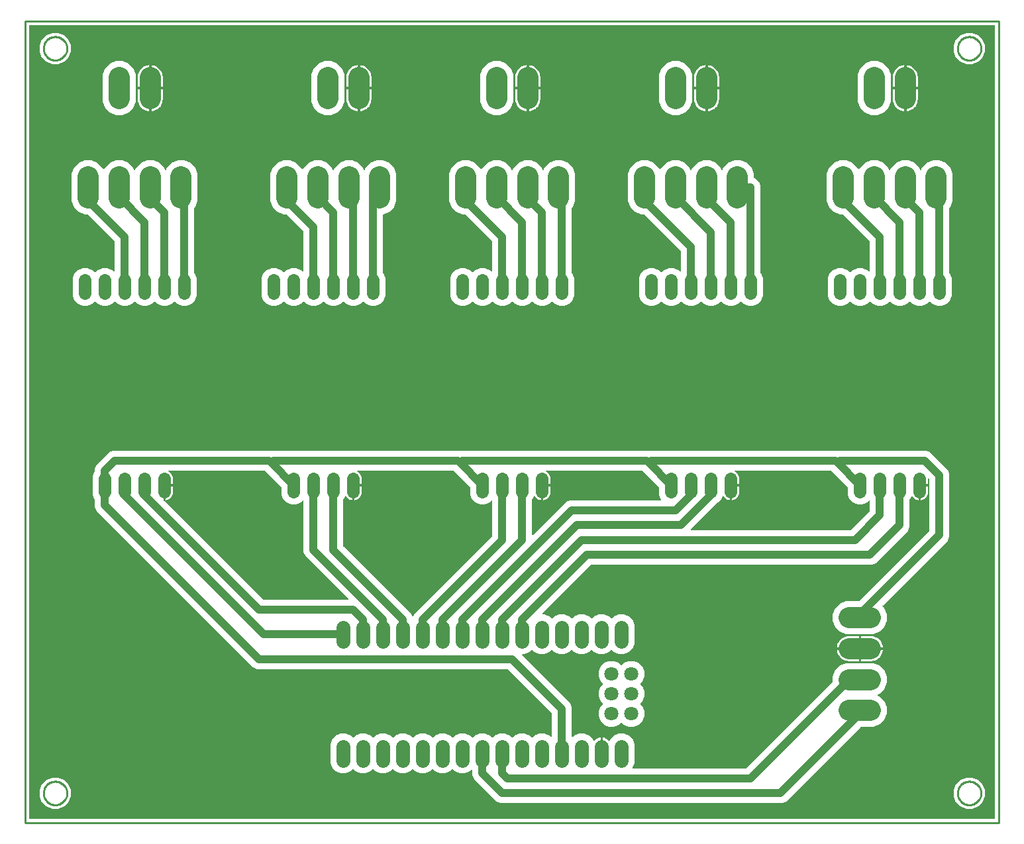
<source format=gbr>
G04 EAGLE Gerber X2 export*
G75*
%MOIN*%
%FSLAX25Y25*%
%LPD*%
%AMOC8*
5,1,8,0,0,1.08239X$1,22.5*%
G01*
%ADD10C,0.070866*%
%ADD11C,0.070866*%
%ADD12C,0.064961*%
%ADD13C,0.106299*%
%ADD14C,0.039370*%
%ADD15C,0.010000*%

G36*
X487661Y1971D02*
X487661Y1971D01*
X487669Y1970D01*
X487708Y1978D01*
X487748Y1985D01*
X487755Y1989D01*
X487763Y1990D01*
X487798Y2011D01*
X487834Y2030D01*
X487839Y2036D01*
X487846Y2040D01*
X487872Y2071D01*
X487900Y2100D01*
X487904Y2108D01*
X487909Y2114D01*
X487924Y2152D01*
X487941Y2188D01*
X487942Y2196D01*
X487945Y2204D01*
X487952Y2268D01*
X487952Y401432D01*
X487951Y401440D01*
X487952Y401448D01*
X487943Y401488D01*
X487936Y401528D01*
X487933Y401535D01*
X487931Y401543D01*
X487910Y401577D01*
X487891Y401613D01*
X487885Y401619D01*
X487881Y401626D01*
X487850Y401652D01*
X487821Y401680D01*
X487814Y401683D01*
X487807Y401688D01*
X487770Y401704D01*
X487733Y401721D01*
X487725Y401721D01*
X487718Y401724D01*
X487653Y401732D01*
X2268Y401732D01*
X2261Y401730D01*
X2253Y401731D01*
X2213Y401722D01*
X2173Y401716D01*
X2166Y401712D01*
X2158Y401710D01*
X2123Y401690D01*
X2087Y401671D01*
X2082Y401665D01*
X2075Y401661D01*
X2049Y401630D01*
X2021Y401600D01*
X2018Y401593D01*
X2012Y401587D01*
X1997Y401549D01*
X1980Y401513D01*
X1979Y401505D01*
X1976Y401497D01*
X1969Y401432D01*
X1969Y2268D01*
X1971Y2261D01*
X1970Y2253D01*
X1978Y2213D01*
X1985Y2173D01*
X1989Y2166D01*
X1990Y2158D01*
X2011Y2123D01*
X2030Y2087D01*
X2036Y2082D01*
X2040Y2075D01*
X2071Y2049D01*
X2100Y2021D01*
X2108Y2018D01*
X2114Y2012D01*
X2152Y1997D01*
X2188Y1980D01*
X2196Y1979D01*
X2204Y1976D01*
X2268Y1969D01*
X487653Y1969D01*
X487661Y1971D01*
G37*
%LPC*%
G36*
X239012Y10031D02*
X239012Y10031D01*
X237185Y10787D01*
X225787Y22185D01*
X225031Y24012D01*
X225031Y26510D01*
X225030Y26517D01*
X225030Y26524D01*
X225026Y26543D01*
X225025Y26567D01*
X225018Y26586D01*
X225015Y26606D01*
X225010Y26615D01*
X225010Y26618D01*
X225002Y26631D01*
X224992Y26657D01*
X224979Y26673D01*
X224970Y26691D01*
X224960Y26700D01*
X224960Y26701D01*
X224956Y26704D01*
X224949Y26711D01*
X224932Y26733D01*
X224914Y26744D01*
X224900Y26758D01*
X224874Y26770D01*
X224850Y26785D01*
X224830Y26790D01*
X224812Y26799D01*
X224784Y26802D01*
X224756Y26809D01*
X224736Y26807D01*
X224716Y26809D01*
X224688Y26803D01*
X224660Y26801D01*
X224641Y26793D01*
X224636Y26792D01*
X224633Y26791D01*
X224621Y26788D01*
X224597Y26774D01*
X224571Y26763D01*
X224554Y26749D01*
X224548Y26746D01*
X224545Y26743D01*
X224538Y26739D01*
X224532Y26732D01*
X224520Y26722D01*
X223707Y25909D01*
X221302Y24913D01*
X218698Y24913D01*
X216293Y25909D01*
X215212Y26990D01*
X215205Y26995D01*
X215200Y27001D01*
X215166Y27023D01*
X215133Y27047D01*
X215125Y27049D01*
X215119Y27054D01*
X215079Y27063D01*
X215041Y27075D01*
X215033Y27075D01*
X215025Y27077D01*
X214984Y27074D01*
X214944Y27073D01*
X214936Y27070D01*
X214928Y27069D01*
X214891Y27053D01*
X214853Y27039D01*
X214847Y27034D01*
X214839Y27031D01*
X214788Y26990D01*
X213707Y25909D01*
X211302Y24913D01*
X208698Y24913D01*
X206293Y25909D01*
X205212Y26990D01*
X205205Y26995D01*
X205200Y27001D01*
X205166Y27023D01*
X205133Y27047D01*
X205125Y27049D01*
X205119Y27054D01*
X205079Y27063D01*
X205041Y27075D01*
X205033Y27075D01*
X205025Y27077D01*
X204984Y27074D01*
X204944Y27073D01*
X204936Y27070D01*
X204928Y27069D01*
X204891Y27053D01*
X204853Y27039D01*
X204847Y27034D01*
X204839Y27031D01*
X204788Y26990D01*
X203707Y25909D01*
X201302Y24913D01*
X198698Y24913D01*
X196293Y25909D01*
X195212Y26990D01*
X195205Y26995D01*
X195200Y27001D01*
X195166Y27023D01*
X195133Y27047D01*
X195125Y27049D01*
X195119Y27054D01*
X195079Y27063D01*
X195041Y27075D01*
X195033Y27075D01*
X195025Y27077D01*
X194984Y27074D01*
X194944Y27073D01*
X194936Y27070D01*
X194928Y27069D01*
X194891Y27053D01*
X194853Y27039D01*
X194847Y27034D01*
X194839Y27031D01*
X194788Y26990D01*
X193707Y25909D01*
X191302Y24913D01*
X188698Y24913D01*
X186293Y25909D01*
X185212Y26990D01*
X185205Y26995D01*
X185200Y27001D01*
X185166Y27023D01*
X185133Y27047D01*
X185125Y27049D01*
X185119Y27054D01*
X185079Y27063D01*
X185041Y27075D01*
X185033Y27075D01*
X185025Y27077D01*
X184984Y27074D01*
X184944Y27073D01*
X184936Y27070D01*
X184928Y27069D01*
X184891Y27053D01*
X184853Y27039D01*
X184847Y27034D01*
X184839Y27031D01*
X184788Y26990D01*
X183707Y25909D01*
X181302Y24913D01*
X178698Y24913D01*
X176293Y25909D01*
X175212Y26990D01*
X175205Y26995D01*
X175200Y27001D01*
X175166Y27023D01*
X175133Y27047D01*
X175125Y27049D01*
X175119Y27054D01*
X175079Y27063D01*
X175041Y27075D01*
X175033Y27075D01*
X175025Y27077D01*
X174984Y27074D01*
X174944Y27073D01*
X174936Y27070D01*
X174928Y27069D01*
X174891Y27053D01*
X174853Y27039D01*
X174847Y27034D01*
X174839Y27031D01*
X174788Y26990D01*
X173707Y25909D01*
X171302Y24913D01*
X168698Y24913D01*
X166293Y25909D01*
X165212Y26990D01*
X165205Y26995D01*
X165200Y27001D01*
X165166Y27023D01*
X165133Y27047D01*
X165125Y27049D01*
X165119Y27054D01*
X165079Y27063D01*
X165041Y27075D01*
X165033Y27075D01*
X165025Y27077D01*
X164984Y27074D01*
X164944Y27073D01*
X164936Y27070D01*
X164928Y27069D01*
X164891Y27053D01*
X164853Y27039D01*
X164847Y27034D01*
X164839Y27031D01*
X164788Y26990D01*
X163707Y25909D01*
X161302Y24913D01*
X158698Y24913D01*
X156293Y25909D01*
X154452Y27750D01*
X153456Y30155D01*
X153456Y39845D01*
X154452Y42250D01*
X156293Y44091D01*
X158698Y45087D01*
X161302Y45087D01*
X163707Y44091D01*
X164788Y43010D01*
X164795Y43005D01*
X164800Y42999D01*
X164834Y42977D01*
X164867Y42953D01*
X164875Y42951D01*
X164881Y42946D01*
X164921Y42937D01*
X164959Y42925D01*
X164967Y42925D01*
X164975Y42923D01*
X165016Y42926D01*
X165056Y42927D01*
X165064Y42930D01*
X165072Y42931D01*
X165109Y42947D01*
X165147Y42961D01*
X165153Y42966D01*
X165161Y42969D01*
X165212Y43010D01*
X166293Y44091D01*
X168698Y45087D01*
X171302Y45087D01*
X173707Y44091D01*
X174788Y43010D01*
X174795Y43005D01*
X174800Y42999D01*
X174834Y42977D01*
X174867Y42953D01*
X174875Y42951D01*
X174881Y42946D01*
X174921Y42937D01*
X174959Y42925D01*
X174967Y42925D01*
X174975Y42923D01*
X175016Y42926D01*
X175056Y42927D01*
X175064Y42930D01*
X175072Y42931D01*
X175109Y42947D01*
X175147Y42961D01*
X175153Y42966D01*
X175161Y42969D01*
X175212Y43010D01*
X176293Y44091D01*
X178698Y45087D01*
X181302Y45087D01*
X183707Y44091D01*
X184788Y43010D01*
X184795Y43005D01*
X184800Y42999D01*
X184834Y42977D01*
X184867Y42953D01*
X184875Y42951D01*
X184881Y42946D01*
X184921Y42937D01*
X184959Y42925D01*
X184967Y42925D01*
X184975Y42923D01*
X185016Y42926D01*
X185056Y42927D01*
X185064Y42930D01*
X185072Y42931D01*
X185109Y42947D01*
X185147Y42961D01*
X185153Y42966D01*
X185161Y42969D01*
X185212Y43010D01*
X186293Y44091D01*
X188698Y45087D01*
X191302Y45087D01*
X193707Y44091D01*
X194788Y43010D01*
X194795Y43005D01*
X194800Y42999D01*
X194834Y42977D01*
X194867Y42953D01*
X194875Y42951D01*
X194881Y42946D01*
X194921Y42937D01*
X194959Y42925D01*
X194967Y42925D01*
X194975Y42923D01*
X195016Y42926D01*
X195056Y42927D01*
X195064Y42930D01*
X195072Y42931D01*
X195109Y42947D01*
X195147Y42961D01*
X195153Y42966D01*
X195161Y42969D01*
X195212Y43010D01*
X196293Y44091D01*
X198698Y45087D01*
X201302Y45087D01*
X203707Y44091D01*
X204788Y43010D01*
X204795Y43005D01*
X204800Y42999D01*
X204834Y42977D01*
X204867Y42953D01*
X204875Y42951D01*
X204881Y42946D01*
X204921Y42937D01*
X204959Y42925D01*
X204967Y42925D01*
X204975Y42923D01*
X205016Y42926D01*
X205056Y42927D01*
X205064Y42930D01*
X205072Y42931D01*
X205109Y42947D01*
X205147Y42961D01*
X205153Y42966D01*
X205161Y42969D01*
X205212Y43010D01*
X206293Y44091D01*
X208698Y45087D01*
X211302Y45087D01*
X213707Y44091D01*
X214788Y43010D01*
X214795Y43005D01*
X214800Y42999D01*
X214834Y42977D01*
X214867Y42953D01*
X214875Y42951D01*
X214881Y42946D01*
X214921Y42937D01*
X214959Y42925D01*
X214967Y42925D01*
X214975Y42923D01*
X215016Y42926D01*
X215056Y42927D01*
X215064Y42930D01*
X215072Y42931D01*
X215109Y42947D01*
X215147Y42961D01*
X215153Y42966D01*
X215161Y42969D01*
X215212Y43010D01*
X216293Y44091D01*
X218698Y45087D01*
X221302Y45087D01*
X223707Y44091D01*
X224788Y43010D01*
X224795Y43005D01*
X224800Y42999D01*
X224834Y42977D01*
X224867Y42953D01*
X224875Y42951D01*
X224881Y42946D01*
X224921Y42937D01*
X224959Y42925D01*
X224967Y42925D01*
X224975Y42923D01*
X225016Y42926D01*
X225056Y42927D01*
X225064Y42930D01*
X225072Y42931D01*
X225109Y42947D01*
X225147Y42961D01*
X225153Y42966D01*
X225161Y42969D01*
X225212Y43010D01*
X226293Y44091D01*
X228698Y45087D01*
X231302Y45087D01*
X233707Y44091D01*
X234788Y43010D01*
X234795Y43005D01*
X234800Y42999D01*
X234834Y42977D01*
X234867Y42953D01*
X234875Y42951D01*
X234881Y42946D01*
X234921Y42937D01*
X234959Y42925D01*
X234967Y42925D01*
X234975Y42923D01*
X235016Y42926D01*
X235056Y42927D01*
X235064Y42930D01*
X235072Y42931D01*
X235109Y42947D01*
X235147Y42961D01*
X235153Y42966D01*
X235161Y42969D01*
X235212Y43010D01*
X236293Y44091D01*
X238698Y45087D01*
X241302Y45087D01*
X243707Y44091D01*
X244788Y43010D01*
X244795Y43005D01*
X244800Y42999D01*
X244834Y42977D01*
X244867Y42953D01*
X244875Y42951D01*
X244881Y42946D01*
X244921Y42937D01*
X244959Y42925D01*
X244967Y42925D01*
X244975Y42923D01*
X245016Y42926D01*
X245056Y42927D01*
X245064Y42930D01*
X245072Y42931D01*
X245109Y42947D01*
X245147Y42961D01*
X245153Y42966D01*
X245161Y42969D01*
X245212Y43010D01*
X246293Y44091D01*
X248698Y45087D01*
X251302Y45087D01*
X253707Y44091D01*
X254788Y43010D01*
X254795Y43005D01*
X254800Y42999D01*
X254834Y42977D01*
X254867Y42953D01*
X254875Y42951D01*
X254881Y42946D01*
X254921Y42937D01*
X254959Y42925D01*
X254967Y42925D01*
X254975Y42923D01*
X255016Y42926D01*
X255056Y42927D01*
X255064Y42930D01*
X255072Y42931D01*
X255109Y42947D01*
X255147Y42961D01*
X255153Y42966D01*
X255161Y42969D01*
X255212Y43010D01*
X256293Y44091D01*
X258698Y45087D01*
X261302Y45087D01*
X263707Y44091D01*
X264520Y43278D01*
X264543Y43262D01*
X264563Y43242D01*
X264582Y43234D01*
X264598Y43222D01*
X264626Y43213D01*
X264651Y43201D01*
X264671Y43199D01*
X264691Y43193D01*
X264719Y43194D01*
X264747Y43191D01*
X264767Y43195D01*
X264788Y43196D01*
X264814Y43205D01*
X264842Y43212D01*
X264859Y43222D01*
X264879Y43229D01*
X264901Y43247D01*
X264925Y43261D01*
X264938Y43277D01*
X264954Y43290D01*
X264969Y43313D01*
X264988Y43335D01*
X264995Y43354D01*
X265006Y43371D01*
X265013Y43398D01*
X265024Y43425D01*
X265027Y43453D01*
X265030Y43465D01*
X265029Y43474D01*
X265031Y43490D01*
X265031Y55318D01*
X265025Y55353D01*
X265022Y55389D01*
X265017Y55401D01*
X265015Y55413D01*
X264998Y55445D01*
X264984Y55478D01*
X264974Y55491D01*
X264970Y55499D01*
X264961Y55507D01*
X264943Y55529D01*
X243029Y77443D01*
X243000Y77464D01*
X242972Y77488D01*
X242961Y77492D01*
X242951Y77500D01*
X242916Y77510D01*
X242883Y77524D01*
X242867Y77525D01*
X242858Y77528D01*
X242846Y77528D01*
X242818Y77531D01*
X116512Y77531D01*
X114685Y78287D01*
X35787Y157185D01*
X35031Y159012D01*
X35031Y162760D01*
X35025Y162796D01*
X35022Y162832D01*
X35017Y162843D01*
X35015Y162856D01*
X34998Y162888D01*
X34984Y162921D01*
X34974Y162933D01*
X34970Y162941D01*
X34961Y162950D01*
X34943Y162972D01*
X34703Y163212D01*
X33751Y165509D01*
X33751Y174491D01*
X34703Y176788D01*
X34943Y177028D01*
X34964Y177058D01*
X34988Y177085D01*
X34992Y177097D01*
X35000Y177107D01*
X35010Y177141D01*
X35024Y177175D01*
X35025Y177191D01*
X35028Y177199D01*
X35028Y177212D01*
X35031Y177240D01*
X35031Y178488D01*
X35787Y180315D01*
X37227Y181755D01*
X40745Y185273D01*
X42185Y186713D01*
X44012Y187469D01*
X123488Y187469D01*
X123635Y187408D01*
X123671Y187400D01*
X123705Y187389D01*
X123718Y187389D01*
X123730Y187386D01*
X123766Y187390D01*
X123802Y187390D01*
X123817Y187395D01*
X123826Y187395D01*
X123837Y187400D01*
X123865Y187408D01*
X124012Y187469D01*
X218488Y187469D01*
X218635Y187408D01*
X218671Y187400D01*
X218705Y187389D01*
X218718Y187389D01*
X218730Y187386D01*
X218766Y187390D01*
X218802Y187390D01*
X218817Y187395D01*
X218826Y187395D01*
X218837Y187400D01*
X218865Y187408D01*
X219012Y187469D01*
X313488Y187469D01*
X313635Y187408D01*
X313671Y187400D01*
X313705Y187389D01*
X313718Y187389D01*
X313730Y187386D01*
X313766Y187390D01*
X313802Y187390D01*
X313817Y187395D01*
X313826Y187395D01*
X313837Y187400D01*
X313865Y187408D01*
X314012Y187469D01*
X408488Y187469D01*
X408635Y187408D01*
X408671Y187400D01*
X408705Y187389D01*
X408718Y187389D01*
X408730Y187386D01*
X408766Y187390D01*
X408802Y187390D01*
X408817Y187395D01*
X408826Y187395D01*
X408837Y187400D01*
X408865Y187408D01*
X409012Y187469D01*
X453488Y187469D01*
X455315Y186713D01*
X464213Y177815D01*
X464969Y175988D01*
X464969Y144012D01*
X464213Y142185D01*
X462773Y140745D01*
X431456Y109428D01*
X431451Y109422D01*
X431445Y109417D01*
X431423Y109383D01*
X431399Y109350D01*
X431397Y109342D01*
X431393Y109335D01*
X431383Y109296D01*
X431371Y109257D01*
X431371Y109249D01*
X431369Y109241D01*
X431372Y109201D01*
X431374Y109160D01*
X431376Y109153D01*
X431377Y109145D01*
X431393Y109108D01*
X431407Y109070D01*
X431412Y109063D01*
X431415Y109056D01*
X431456Y109005D01*
X432365Y108096D01*
X433631Y105040D01*
X433631Y101732D01*
X432365Y98675D01*
X430025Y96336D01*
X426969Y95070D01*
X413031Y95070D01*
X409975Y96336D01*
X407635Y98675D01*
X406369Y101732D01*
X406369Y105040D01*
X407635Y108096D01*
X409975Y110436D01*
X413031Y111702D01*
X419550Y111702D01*
X419586Y111707D01*
X419622Y111710D01*
X419633Y111715D01*
X419645Y111717D01*
X419677Y111734D01*
X419711Y111748D01*
X419723Y111758D01*
X419731Y111762D01*
X419740Y111771D01*
X419762Y111789D01*
X454943Y146971D01*
X454964Y147000D01*
X454988Y147028D01*
X454992Y147039D01*
X455000Y147049D01*
X455010Y147084D01*
X455024Y147117D01*
X455025Y147133D01*
X455028Y147142D01*
X455028Y147154D01*
X455031Y147182D01*
X455031Y172818D01*
X455025Y172853D01*
X455022Y172889D01*
X455017Y172901D01*
X455015Y172913D01*
X454998Y172945D01*
X454984Y172978D01*
X454974Y172991D01*
X454970Y172999D01*
X454961Y173007D01*
X454943Y173029D01*
X454760Y173213D01*
X454737Y173229D01*
X454716Y173249D01*
X454698Y173257D01*
X454681Y173269D01*
X454654Y173278D01*
X454628Y173289D01*
X454608Y173292D01*
X454589Y173298D01*
X454560Y173297D01*
X454532Y173300D01*
X454512Y173296D01*
X454492Y173295D01*
X454465Y173285D01*
X454438Y173279D01*
X454420Y173269D01*
X454401Y173262D01*
X454379Y173244D01*
X454355Y173230D01*
X454341Y173214D01*
X454325Y173201D01*
X454310Y173177D01*
X454292Y173156D01*
X454284Y173137D01*
X454273Y173120D01*
X454266Y173092D01*
X454256Y173066D01*
X454253Y173038D01*
X454250Y173026D01*
X454251Y173017D01*
X454249Y173001D01*
X454249Y170599D01*
X450300Y170599D01*
X450292Y170598D01*
X450284Y170599D01*
X450245Y170590D01*
X450205Y170584D01*
X450197Y170580D01*
X450190Y170578D01*
X450155Y170557D01*
X450119Y170538D01*
X450114Y170532D01*
X450107Y170528D01*
X450080Y170497D01*
X450052Y170468D01*
X450049Y170461D01*
X450044Y170455D01*
X450029Y170417D01*
X450012Y170380D01*
X450011Y170372D01*
X450008Y170365D01*
X450001Y170300D01*
X450001Y169999D01*
X449700Y169999D01*
X449692Y169998D01*
X449684Y169999D01*
X449645Y169990D01*
X449605Y169984D01*
X449597Y169980D01*
X449590Y169978D01*
X449555Y169957D01*
X449519Y169938D01*
X449513Y169932D01*
X449507Y169928D01*
X449480Y169897D01*
X449452Y169868D01*
X449449Y169861D01*
X449444Y169855D01*
X449429Y169817D01*
X449412Y169780D01*
X449411Y169772D01*
X449408Y169765D01*
X449401Y169700D01*
X449401Y162545D01*
X449005Y162608D01*
X448369Y162814D01*
X447773Y163118D01*
X447232Y163511D01*
X446759Y163984D01*
X446358Y164537D01*
X446355Y164544D01*
X446333Y164567D01*
X446314Y164593D01*
X446300Y164602D01*
X446289Y164615D01*
X446261Y164630D01*
X446235Y164649D01*
X446219Y164653D01*
X446204Y164661D01*
X446173Y164667D01*
X446142Y164676D01*
X446125Y164675D01*
X446109Y164678D01*
X446077Y164674D01*
X446045Y164672D01*
X446030Y164667D01*
X446013Y164664D01*
X445985Y164650D01*
X445955Y164638D01*
X445942Y164628D01*
X445927Y164620D01*
X445905Y164597D01*
X445880Y164577D01*
X445871Y164563D01*
X445860Y164551D01*
X445830Y164497D01*
X445829Y164495D01*
X445829Y164494D01*
X445828Y164494D01*
X445297Y163212D01*
X445057Y162972D01*
X445036Y162942D01*
X445012Y162915D01*
X445008Y162903D01*
X445000Y162893D01*
X444990Y162859D01*
X444976Y162825D01*
X444975Y162809D01*
X444972Y162801D01*
X444972Y162788D01*
X444969Y162760D01*
X444969Y149012D01*
X444213Y147185D01*
X427815Y130787D01*
X425988Y130031D01*
X284682Y130031D01*
X284647Y130025D01*
X284611Y130022D01*
X284599Y130017D01*
X284587Y130015D01*
X284555Y129998D01*
X284522Y129984D01*
X284509Y129974D01*
X284501Y129970D01*
X284493Y129961D01*
X284471Y129943D01*
X260126Y105598D01*
X260109Y105575D01*
X260090Y105555D01*
X260081Y105536D01*
X260069Y105520D01*
X260061Y105493D01*
X260049Y105467D01*
X260047Y105447D01*
X260041Y105427D01*
X260042Y105399D01*
X260039Y105371D01*
X260043Y105351D01*
X260043Y105330D01*
X260053Y105304D01*
X260059Y105276D01*
X260070Y105259D01*
X260077Y105240D01*
X260094Y105217D01*
X260109Y105193D01*
X260125Y105180D01*
X260137Y105164D01*
X260161Y105149D01*
X260183Y105130D01*
X260202Y105123D01*
X260219Y105112D01*
X260246Y105105D01*
X260272Y105094D01*
X260301Y105091D01*
X260313Y105088D01*
X260322Y105089D01*
X260337Y105087D01*
X261302Y105087D01*
X263707Y104091D01*
X264788Y103010D01*
X264795Y103005D01*
X264800Y102999D01*
X264834Y102977D01*
X264867Y102953D01*
X264875Y102951D01*
X264881Y102946D01*
X264921Y102937D01*
X264959Y102925D01*
X264967Y102925D01*
X264975Y102923D01*
X265016Y102926D01*
X265056Y102927D01*
X265064Y102930D01*
X265072Y102931D01*
X265109Y102947D01*
X265147Y102961D01*
X265153Y102966D01*
X265161Y102969D01*
X265212Y103010D01*
X266293Y104091D01*
X268698Y105087D01*
X271302Y105087D01*
X273707Y104091D01*
X274788Y103010D01*
X274795Y103005D01*
X274800Y102999D01*
X274834Y102977D01*
X274867Y102953D01*
X274875Y102951D01*
X274881Y102946D01*
X274921Y102937D01*
X274959Y102925D01*
X274967Y102925D01*
X274975Y102923D01*
X275016Y102926D01*
X275056Y102927D01*
X275064Y102930D01*
X275072Y102931D01*
X275109Y102947D01*
X275147Y102961D01*
X275153Y102966D01*
X275161Y102969D01*
X275212Y103010D01*
X276293Y104091D01*
X278698Y105087D01*
X281302Y105087D01*
X283707Y104091D01*
X284788Y103010D01*
X284795Y103005D01*
X284800Y102999D01*
X284834Y102977D01*
X284867Y102953D01*
X284875Y102951D01*
X284881Y102946D01*
X284921Y102937D01*
X284959Y102925D01*
X284967Y102925D01*
X284975Y102923D01*
X285016Y102926D01*
X285056Y102927D01*
X285064Y102930D01*
X285072Y102931D01*
X285109Y102947D01*
X285147Y102961D01*
X285153Y102966D01*
X285161Y102969D01*
X285212Y103010D01*
X286293Y104091D01*
X288698Y105087D01*
X291302Y105087D01*
X293707Y104091D01*
X294788Y103010D01*
X294795Y103005D01*
X294800Y102999D01*
X294834Y102977D01*
X294867Y102953D01*
X294875Y102951D01*
X294881Y102946D01*
X294921Y102937D01*
X294959Y102925D01*
X294967Y102925D01*
X294975Y102923D01*
X295016Y102926D01*
X295056Y102927D01*
X295064Y102930D01*
X295072Y102931D01*
X295109Y102947D01*
X295147Y102961D01*
X295153Y102966D01*
X295161Y102969D01*
X295212Y103010D01*
X296293Y104091D01*
X298698Y105087D01*
X301302Y105087D01*
X303707Y104091D01*
X305548Y102250D01*
X306544Y99845D01*
X306544Y90155D01*
X305548Y87750D01*
X303707Y85909D01*
X301302Y84913D01*
X298698Y84913D01*
X296293Y85909D01*
X295212Y86990D01*
X295205Y86995D01*
X295200Y87001D01*
X295166Y87023D01*
X295133Y87047D01*
X295125Y87049D01*
X295119Y87054D01*
X295079Y87063D01*
X295041Y87075D01*
X295033Y87075D01*
X295025Y87077D01*
X294984Y87074D01*
X294944Y87073D01*
X294936Y87070D01*
X294928Y87069D01*
X294891Y87053D01*
X294853Y87039D01*
X294847Y87034D01*
X294839Y87031D01*
X294788Y86990D01*
X293707Y85909D01*
X291302Y84913D01*
X288698Y84913D01*
X286293Y85909D01*
X285212Y86990D01*
X285205Y86995D01*
X285200Y87001D01*
X285166Y87023D01*
X285133Y87047D01*
X285125Y87049D01*
X285119Y87054D01*
X285079Y87063D01*
X285041Y87075D01*
X285033Y87075D01*
X285025Y87077D01*
X284984Y87074D01*
X284944Y87073D01*
X284936Y87070D01*
X284928Y87069D01*
X284891Y87053D01*
X284853Y87039D01*
X284847Y87034D01*
X284839Y87031D01*
X284788Y86990D01*
X283707Y85909D01*
X281302Y84913D01*
X278698Y84913D01*
X276293Y85909D01*
X275212Y86990D01*
X275205Y86995D01*
X275200Y87001D01*
X275166Y87023D01*
X275133Y87047D01*
X275125Y87049D01*
X275119Y87054D01*
X275079Y87063D01*
X275041Y87075D01*
X275033Y87075D01*
X275025Y87077D01*
X274984Y87074D01*
X274944Y87073D01*
X274936Y87070D01*
X274928Y87069D01*
X274891Y87053D01*
X274853Y87039D01*
X274847Y87034D01*
X274839Y87031D01*
X274788Y86990D01*
X273707Y85909D01*
X271302Y84913D01*
X268698Y84913D01*
X266293Y85909D01*
X265212Y86990D01*
X265205Y86995D01*
X265200Y87001D01*
X265166Y87023D01*
X265133Y87047D01*
X265125Y87049D01*
X265119Y87054D01*
X265079Y87063D01*
X265041Y87075D01*
X265033Y87075D01*
X265025Y87077D01*
X264984Y87074D01*
X264944Y87073D01*
X264936Y87070D01*
X264928Y87069D01*
X264891Y87053D01*
X264853Y87039D01*
X264847Y87034D01*
X264839Y87031D01*
X264788Y86990D01*
X263707Y85909D01*
X261302Y84913D01*
X258698Y84913D01*
X256293Y85909D01*
X255212Y86990D01*
X255205Y86995D01*
X255200Y87001D01*
X255166Y87023D01*
X255133Y87047D01*
X255125Y87049D01*
X255119Y87054D01*
X255079Y87063D01*
X255041Y87075D01*
X255033Y87075D01*
X255025Y87077D01*
X254984Y87074D01*
X254944Y87073D01*
X254936Y87070D01*
X254928Y87069D01*
X254891Y87053D01*
X254853Y87039D01*
X254847Y87034D01*
X254839Y87031D01*
X254788Y86990D01*
X253707Y85909D01*
X251302Y84913D01*
X250337Y84913D01*
X250309Y84908D01*
X250281Y84907D01*
X250262Y84900D01*
X250242Y84897D01*
X250217Y84884D01*
X250190Y84874D01*
X250174Y84861D01*
X250156Y84852D01*
X250137Y84831D01*
X250115Y84813D01*
X250104Y84796D01*
X250090Y84781D01*
X250078Y84756D01*
X250063Y84732D01*
X250058Y84712D01*
X250049Y84694D01*
X250046Y84666D01*
X250039Y84638D01*
X250041Y84618D01*
X250039Y84598D01*
X250045Y84570D01*
X250047Y84542D01*
X250055Y84523D01*
X250059Y84503D01*
X250074Y84479D01*
X250085Y84453D01*
X250103Y84431D01*
X250109Y84420D01*
X250116Y84414D01*
X250126Y84402D01*
X272773Y61755D01*
X274213Y60315D01*
X274969Y58488D01*
X274969Y43490D01*
X274974Y43462D01*
X274975Y43433D01*
X274982Y43414D01*
X274985Y43394D01*
X274998Y43369D01*
X275008Y43343D01*
X275021Y43327D01*
X275030Y43309D01*
X275051Y43289D01*
X275068Y43267D01*
X275086Y43256D01*
X275100Y43242D01*
X275126Y43230D01*
X275150Y43215D01*
X275170Y43210D01*
X275188Y43201D01*
X275216Y43198D01*
X275244Y43191D01*
X275264Y43193D01*
X275284Y43191D01*
X275312Y43197D01*
X275340Y43199D01*
X275359Y43207D01*
X275379Y43212D01*
X275403Y43226D01*
X275429Y43237D01*
X275451Y43255D01*
X275462Y43261D01*
X275468Y43268D01*
X275480Y43278D01*
X276293Y44091D01*
X278698Y45087D01*
X281302Y45087D01*
X283707Y44091D01*
X285548Y42250D01*
X285898Y41404D01*
X285920Y41369D01*
X285940Y41332D01*
X285946Y41328D01*
X285949Y41322D01*
X285981Y41295D01*
X286012Y41267D01*
X286018Y41264D01*
X286024Y41260D01*
X286063Y41245D01*
X286101Y41228D01*
X286108Y41228D01*
X286114Y41225D01*
X286156Y41224D01*
X286197Y41220D01*
X286204Y41222D01*
X286211Y41221D01*
X286251Y41233D01*
X286291Y41243D01*
X286297Y41246D01*
X286304Y41248D01*
X286338Y41272D01*
X286373Y41294D01*
X286379Y41301D01*
X286383Y41304D01*
X286390Y41313D01*
X286417Y41342D01*
X286534Y41504D01*
X287040Y42009D01*
X287618Y42430D01*
X288256Y42754D01*
X288936Y42975D01*
X289401Y43049D01*
X289401Y35300D01*
X289402Y35292D01*
X289401Y35284D01*
X289410Y35245D01*
X289416Y35205D01*
X289420Y35197D01*
X289422Y35190D01*
X289443Y35155D01*
X289462Y35119D01*
X289468Y35114D01*
X289472Y35107D01*
X289503Y35080D01*
X289532Y35052D01*
X289539Y35049D01*
X289545Y35044D01*
X289583Y35029D01*
X289620Y35012D01*
X289628Y35011D01*
X289635Y35008D01*
X289700Y35001D01*
X290300Y35001D01*
X290308Y35002D01*
X290316Y35001D01*
X290356Y35010D01*
X290395Y35016D01*
X290403Y35020D01*
X290410Y35022D01*
X290445Y35043D01*
X290481Y35062D01*
X290486Y35068D01*
X290493Y35072D01*
X290520Y35103D01*
X290548Y35132D01*
X290551Y35139D01*
X290556Y35145D01*
X290571Y35183D01*
X290588Y35220D01*
X290589Y35228D01*
X290592Y35235D01*
X290599Y35300D01*
X290599Y43049D01*
X291064Y42975D01*
X291744Y42754D01*
X292382Y42430D01*
X292960Y42009D01*
X293466Y41504D01*
X293583Y41342D01*
X293613Y41313D01*
X293641Y41283D01*
X293647Y41279D01*
X293652Y41274D01*
X293689Y41256D01*
X293725Y41236D01*
X293732Y41235D01*
X293739Y41232D01*
X293780Y41226D01*
X293821Y41219D01*
X293828Y41220D01*
X293835Y41219D01*
X293875Y41227D01*
X293916Y41233D01*
X293923Y41237D01*
X293930Y41238D01*
X293966Y41258D01*
X294003Y41277D01*
X294008Y41282D01*
X294014Y41286D01*
X294041Y41317D01*
X294070Y41347D01*
X294074Y41354D01*
X294078Y41358D01*
X294083Y41369D01*
X294102Y41404D01*
X294452Y42250D01*
X296293Y44091D01*
X298698Y45087D01*
X301302Y45087D01*
X303707Y44091D01*
X305548Y42250D01*
X306544Y39845D01*
X306544Y30155D01*
X305603Y27883D01*
X305599Y27865D01*
X305591Y27849D01*
X305588Y27818D01*
X305581Y27789D01*
X305583Y27771D01*
X305581Y27753D01*
X305587Y27723D01*
X305590Y27692D01*
X305597Y27676D01*
X305601Y27658D01*
X305617Y27632D01*
X305629Y27604D01*
X305642Y27591D01*
X305651Y27575D01*
X305674Y27555D01*
X305695Y27533D01*
X305711Y27524D01*
X305725Y27512D01*
X305753Y27501D01*
X305780Y27486D01*
X305798Y27483D01*
X305815Y27476D01*
X305868Y27470D01*
X305875Y27469D01*
X305877Y27470D01*
X305879Y27469D01*
X362818Y27469D01*
X362853Y27475D01*
X362889Y27478D01*
X362901Y27483D01*
X362913Y27485D01*
X362945Y27502D01*
X362978Y27516D01*
X362991Y27526D01*
X362999Y27530D01*
X363007Y27539D01*
X363029Y27557D01*
X406282Y70809D01*
X406303Y70839D01*
X406326Y70866D01*
X406331Y70878D01*
X406338Y70888D01*
X406349Y70922D01*
X406362Y70956D01*
X406364Y70972D01*
X406367Y70980D01*
X406366Y70993D01*
X406369Y71021D01*
X406369Y73859D01*
X407635Y76915D01*
X409975Y79254D01*
X413031Y80520D01*
X426969Y80520D01*
X430025Y79254D01*
X432365Y76915D01*
X433631Y73859D01*
X433631Y70551D01*
X432365Y67494D01*
X430025Y65155D01*
X428893Y64686D01*
X428869Y64671D01*
X428843Y64659D01*
X428828Y64646D01*
X428811Y64635D01*
X428793Y64613D01*
X428772Y64594D01*
X428762Y64576D01*
X428749Y64560D01*
X428739Y64534D01*
X428725Y64509D01*
X428722Y64489D01*
X428714Y64470D01*
X428713Y64442D01*
X428708Y64414D01*
X428711Y64394D01*
X428710Y64373D01*
X428718Y64346D01*
X428722Y64318D01*
X428732Y64300D01*
X428737Y64280D01*
X428754Y64257D01*
X428766Y64232D01*
X428781Y64218D01*
X428793Y64201D01*
X428815Y64184D01*
X428836Y64164D01*
X428860Y64151D01*
X428870Y64143D01*
X428879Y64141D01*
X428893Y64133D01*
X430025Y63664D01*
X432365Y61325D01*
X433631Y58268D01*
X433631Y54960D01*
X432365Y51904D01*
X430025Y49564D01*
X426969Y48298D01*
X420450Y48298D01*
X420414Y48293D01*
X420378Y48290D01*
X420367Y48285D01*
X420355Y48283D01*
X420323Y48266D01*
X420289Y48252D01*
X420277Y48242D01*
X420269Y48238D01*
X420260Y48228D01*
X420238Y48211D01*
X382815Y10787D01*
X380988Y10031D01*
X239012Y10031D01*
G37*
%LPD*%
%LPC*%
G36*
X313757Y260503D02*
X313757Y260503D01*
X311460Y261455D01*
X309703Y263212D01*
X308751Y265509D01*
X308751Y274491D01*
X309703Y276788D01*
X311460Y278545D01*
X313757Y279497D01*
X316243Y279497D01*
X318540Y278545D01*
X319788Y277297D01*
X319795Y277292D01*
X319800Y277286D01*
X319834Y277264D01*
X319867Y277240D01*
X319875Y277238D01*
X319881Y277234D01*
X319921Y277224D01*
X319959Y277212D01*
X319967Y277212D01*
X319975Y277210D01*
X320016Y277213D01*
X320056Y277214D01*
X320064Y277217D01*
X320072Y277218D01*
X320109Y277234D01*
X320147Y277248D01*
X320153Y277253D01*
X320161Y277256D01*
X320212Y277297D01*
X321460Y278545D01*
X323757Y279497D01*
X326243Y279497D01*
X328540Y278545D01*
X329520Y277565D01*
X329543Y277549D01*
X329563Y277529D01*
X329582Y277521D01*
X329598Y277509D01*
X329626Y277500D01*
X329651Y277489D01*
X329671Y277486D01*
X329691Y277480D01*
X329719Y277481D01*
X329747Y277478D01*
X329767Y277482D01*
X329788Y277483D01*
X329814Y277493D01*
X329842Y277499D01*
X329859Y277509D01*
X329879Y277516D01*
X329901Y277534D01*
X329925Y277548D01*
X329938Y277564D01*
X329954Y277577D01*
X329969Y277601D01*
X329988Y277622D01*
X329995Y277641D01*
X330006Y277658D01*
X330013Y277686D01*
X330024Y277712D01*
X330027Y277740D01*
X330030Y277752D01*
X330029Y277761D01*
X330031Y277777D01*
X330031Y287818D01*
X330025Y287853D01*
X330022Y287889D01*
X330017Y287901D01*
X330015Y287913D01*
X329998Y287945D01*
X329984Y287978D01*
X329974Y287991D01*
X329970Y287999D01*
X329961Y288007D01*
X329943Y288029D01*
X311691Y306282D01*
X311661Y306303D01*
X311634Y306326D01*
X311622Y306331D01*
X311612Y306338D01*
X311578Y306349D01*
X311544Y306362D01*
X311528Y306364D01*
X311520Y306367D01*
X311507Y306366D01*
X311479Y306369D01*
X309960Y306369D01*
X306904Y307635D01*
X304564Y309975D01*
X303298Y313031D01*
X303298Y326969D01*
X304564Y330025D01*
X306904Y332365D01*
X309960Y333631D01*
X313268Y333631D01*
X316325Y332365D01*
X318664Y330025D01*
X319133Y328893D01*
X319148Y328869D01*
X319159Y328843D01*
X319173Y328828D01*
X319184Y328811D01*
X319206Y328793D01*
X319225Y328772D01*
X319243Y328762D01*
X319259Y328749D01*
X319285Y328739D01*
X319310Y328725D01*
X319330Y328722D01*
X319349Y328714D01*
X319377Y328713D01*
X319405Y328708D01*
X319425Y328711D01*
X319446Y328710D01*
X319473Y328718D01*
X319501Y328722D01*
X319519Y328732D01*
X319538Y328737D01*
X319562Y328754D01*
X319587Y328766D01*
X319601Y328781D01*
X319618Y328793D01*
X319635Y328815D01*
X319655Y328836D01*
X319668Y328860D01*
X319676Y328870D01*
X319678Y328879D01*
X319686Y328893D01*
X320155Y330025D01*
X322494Y332365D01*
X325551Y333631D01*
X328859Y333631D01*
X331915Y332365D01*
X334254Y330025D01*
X334724Y328893D01*
X334738Y328869D01*
X334750Y328843D01*
X334764Y328828D01*
X334775Y328811D01*
X334796Y328793D01*
X334815Y328772D01*
X334833Y328762D01*
X334849Y328749D01*
X334875Y328739D01*
X334900Y328725D01*
X334920Y328722D01*
X334939Y328714D01*
X334968Y328713D01*
X334996Y328708D01*
X335016Y328711D01*
X335036Y328710D01*
X335063Y328718D01*
X335091Y328722D01*
X335109Y328732D01*
X335129Y328737D01*
X335152Y328754D01*
X335177Y328766D01*
X335192Y328781D01*
X335208Y328793D01*
X335225Y328815D01*
X335245Y328836D01*
X335259Y328860D01*
X335266Y328870D01*
X335269Y328879D01*
X335276Y328893D01*
X335746Y330025D01*
X338085Y332365D01*
X341141Y333631D01*
X344449Y333631D01*
X347506Y332365D01*
X349845Y330025D01*
X350314Y328893D01*
X350329Y328869D01*
X350340Y328843D01*
X350354Y328828D01*
X350365Y328811D01*
X350387Y328793D01*
X350406Y328772D01*
X350424Y328762D01*
X350440Y328749D01*
X350466Y328739D01*
X350491Y328725D01*
X350511Y328722D01*
X350530Y328714D01*
X350558Y328713D01*
X350586Y328708D01*
X350606Y328711D01*
X350627Y328710D01*
X350654Y328718D01*
X350682Y328722D01*
X350700Y328732D01*
X350720Y328737D01*
X350743Y328754D01*
X350768Y328766D01*
X350782Y328781D01*
X350799Y328793D01*
X350816Y328815D01*
X350836Y328836D01*
X350849Y328860D01*
X350857Y328870D01*
X350859Y328879D01*
X350867Y328893D01*
X351336Y330025D01*
X353675Y332365D01*
X356732Y333631D01*
X360040Y333631D01*
X363096Y332365D01*
X365436Y330025D01*
X366702Y326969D01*
X366702Y324874D01*
X366709Y324829D01*
X366716Y324783D01*
X366717Y324781D01*
X366717Y324778D01*
X366739Y324738D01*
X366760Y324696D01*
X366761Y324695D01*
X366762Y324693D01*
X366796Y324661D01*
X366829Y324629D01*
X366831Y324627D01*
X366833Y324626D01*
X366839Y324623D01*
X366886Y324597D01*
X367815Y324213D01*
X369213Y322815D01*
X369969Y320988D01*
X369969Y277240D01*
X369975Y277204D01*
X369978Y277168D01*
X369983Y277157D01*
X369985Y277144D01*
X370002Y277112D01*
X370016Y277079D01*
X370026Y277067D01*
X370030Y277059D01*
X370039Y277050D01*
X370057Y277028D01*
X370297Y276788D01*
X371249Y274491D01*
X371249Y265509D01*
X370297Y263212D01*
X368540Y261455D01*
X366243Y260503D01*
X363757Y260503D01*
X361460Y261455D01*
X360212Y262703D01*
X360205Y262708D01*
X360200Y262714D01*
X360166Y262736D01*
X360133Y262760D01*
X360125Y262762D01*
X360119Y262766D01*
X360079Y262776D01*
X360041Y262788D01*
X360033Y262788D01*
X360025Y262790D01*
X359984Y262787D01*
X359944Y262786D01*
X359936Y262783D01*
X359928Y262782D01*
X359891Y262766D01*
X359853Y262752D01*
X359847Y262747D01*
X359839Y262744D01*
X359788Y262703D01*
X358540Y261455D01*
X356243Y260503D01*
X353757Y260503D01*
X351460Y261455D01*
X350212Y262703D01*
X350205Y262708D01*
X350200Y262714D01*
X350166Y262736D01*
X350133Y262760D01*
X350125Y262762D01*
X350119Y262766D01*
X350079Y262776D01*
X350041Y262788D01*
X350033Y262788D01*
X350025Y262790D01*
X349984Y262787D01*
X349944Y262786D01*
X349936Y262783D01*
X349928Y262782D01*
X349891Y262766D01*
X349853Y262752D01*
X349847Y262747D01*
X349839Y262744D01*
X349788Y262703D01*
X348540Y261455D01*
X346243Y260503D01*
X343757Y260503D01*
X341460Y261455D01*
X340212Y262703D01*
X340205Y262708D01*
X340200Y262714D01*
X340166Y262736D01*
X340133Y262760D01*
X340125Y262762D01*
X340119Y262766D01*
X340079Y262776D01*
X340041Y262788D01*
X340033Y262788D01*
X340025Y262790D01*
X339984Y262787D01*
X339944Y262786D01*
X339936Y262783D01*
X339928Y262782D01*
X339891Y262766D01*
X339853Y262752D01*
X339847Y262747D01*
X339839Y262744D01*
X339788Y262703D01*
X338540Y261455D01*
X336243Y260503D01*
X333757Y260503D01*
X331460Y261455D01*
X330212Y262703D01*
X330205Y262708D01*
X330200Y262714D01*
X330166Y262736D01*
X330133Y262760D01*
X330125Y262762D01*
X330119Y262766D01*
X330079Y262776D01*
X330041Y262788D01*
X330033Y262788D01*
X330025Y262790D01*
X329984Y262787D01*
X329944Y262786D01*
X329936Y262783D01*
X329928Y262782D01*
X329891Y262766D01*
X329853Y262752D01*
X329847Y262747D01*
X329839Y262744D01*
X329788Y262703D01*
X328540Y261455D01*
X326243Y260503D01*
X323757Y260503D01*
X321460Y261455D01*
X320212Y262703D01*
X320205Y262708D01*
X320200Y262714D01*
X320166Y262736D01*
X320133Y262760D01*
X320125Y262762D01*
X320119Y262766D01*
X320079Y262776D01*
X320041Y262788D01*
X320033Y262788D01*
X320025Y262790D01*
X319984Y262787D01*
X319944Y262786D01*
X319936Y262783D01*
X319928Y262782D01*
X319891Y262766D01*
X319853Y262752D01*
X319847Y262747D01*
X319839Y262744D01*
X319788Y262703D01*
X318540Y261455D01*
X316243Y260503D01*
X313757Y260503D01*
G37*
%LPD*%
%LPC*%
G36*
X218757Y260503D02*
X218757Y260503D01*
X216460Y261455D01*
X214703Y263212D01*
X213751Y265509D01*
X213751Y274491D01*
X214703Y276788D01*
X216460Y278545D01*
X218757Y279497D01*
X221243Y279497D01*
X223540Y278545D01*
X224788Y277297D01*
X224795Y277292D01*
X224800Y277286D01*
X224834Y277264D01*
X224867Y277240D01*
X224875Y277238D01*
X224881Y277234D01*
X224921Y277224D01*
X224959Y277212D01*
X224967Y277212D01*
X224975Y277210D01*
X225016Y277213D01*
X225056Y277214D01*
X225064Y277217D01*
X225072Y277218D01*
X225109Y277234D01*
X225147Y277248D01*
X225153Y277253D01*
X225161Y277256D01*
X225212Y277297D01*
X226460Y278545D01*
X228757Y279497D01*
X231243Y279497D01*
X233540Y278545D01*
X234520Y277565D01*
X234543Y277549D01*
X234563Y277529D01*
X234582Y277521D01*
X234598Y277509D01*
X234626Y277500D01*
X234651Y277489D01*
X234671Y277486D01*
X234691Y277480D01*
X234719Y277481D01*
X234747Y277478D01*
X234767Y277482D01*
X234788Y277483D01*
X234814Y277493D01*
X234842Y277499D01*
X234859Y277509D01*
X234879Y277516D01*
X234901Y277534D01*
X234925Y277548D01*
X234938Y277564D01*
X234954Y277577D01*
X234969Y277601D01*
X234988Y277622D01*
X234995Y277641D01*
X235006Y277658D01*
X235013Y277686D01*
X235024Y277712D01*
X235027Y277740D01*
X235030Y277752D01*
X235029Y277761D01*
X235031Y277777D01*
X235031Y292818D01*
X235025Y292853D01*
X235022Y292889D01*
X235017Y292901D01*
X235015Y292913D01*
X234998Y292945D01*
X234984Y292978D01*
X234974Y292991D01*
X234970Y292999D01*
X234961Y293007D01*
X234943Y293029D01*
X221691Y306282D01*
X221661Y306303D01*
X221634Y306326D01*
X221622Y306331D01*
X221612Y306338D01*
X221578Y306349D01*
X221544Y306362D01*
X221528Y306364D01*
X221520Y306367D01*
X221507Y306366D01*
X221479Y306369D01*
X219960Y306369D01*
X216904Y307635D01*
X214564Y309975D01*
X213298Y313031D01*
X213298Y326969D01*
X214564Y330025D01*
X216904Y332365D01*
X219960Y333631D01*
X223268Y333631D01*
X226325Y332365D01*
X228664Y330025D01*
X229133Y328893D01*
X229148Y328869D01*
X229159Y328843D01*
X229173Y328828D01*
X229184Y328811D01*
X229206Y328793D01*
X229225Y328772D01*
X229243Y328762D01*
X229259Y328749D01*
X229285Y328739D01*
X229310Y328725D01*
X229330Y328722D01*
X229349Y328714D01*
X229377Y328713D01*
X229405Y328708D01*
X229425Y328711D01*
X229446Y328710D01*
X229473Y328718D01*
X229501Y328722D01*
X229519Y328732D01*
X229538Y328737D01*
X229562Y328754D01*
X229587Y328766D01*
X229601Y328781D01*
X229618Y328793D01*
X229635Y328816D01*
X229654Y328836D01*
X229668Y328860D01*
X229676Y328870D01*
X229678Y328879D01*
X229686Y328893D01*
X230155Y330025D01*
X232494Y332365D01*
X235551Y333631D01*
X238859Y333631D01*
X241915Y332365D01*
X244254Y330025D01*
X244724Y328893D01*
X244738Y328869D01*
X244750Y328843D01*
X244764Y328828D01*
X244775Y328811D01*
X244796Y328793D01*
X244815Y328772D01*
X244833Y328762D01*
X244849Y328749D01*
X244875Y328739D01*
X244900Y328725D01*
X244920Y328722D01*
X244939Y328714D01*
X244968Y328713D01*
X244996Y328708D01*
X245016Y328711D01*
X245036Y328710D01*
X245063Y328718D01*
X245091Y328722D01*
X245109Y328732D01*
X245129Y328737D01*
X245152Y328754D01*
X245177Y328766D01*
X245192Y328781D01*
X245208Y328793D01*
X245225Y328816D01*
X245245Y328836D01*
X245259Y328860D01*
X245266Y328870D01*
X245269Y328879D01*
X245276Y328893D01*
X245746Y330025D01*
X248085Y332365D01*
X251141Y333631D01*
X254449Y333631D01*
X257506Y332365D01*
X259845Y330025D01*
X260314Y328893D01*
X260329Y328869D01*
X260340Y328843D01*
X260354Y328828D01*
X260365Y328811D01*
X260387Y328793D01*
X260406Y328772D01*
X260424Y328762D01*
X260440Y328749D01*
X260466Y328739D01*
X260491Y328725D01*
X260511Y328722D01*
X260530Y328714D01*
X260558Y328713D01*
X260586Y328708D01*
X260606Y328711D01*
X260627Y328710D01*
X260654Y328718D01*
X260682Y328722D01*
X260700Y328732D01*
X260720Y328737D01*
X260743Y328754D01*
X260768Y328766D01*
X260782Y328781D01*
X260799Y328793D01*
X260816Y328816D01*
X260836Y328836D01*
X260849Y328860D01*
X260857Y328870D01*
X260859Y328879D01*
X260867Y328893D01*
X261336Y330025D01*
X263675Y332365D01*
X266732Y333631D01*
X270040Y333631D01*
X273096Y332365D01*
X275436Y330025D01*
X276702Y326969D01*
X276702Y313031D01*
X275436Y309975D01*
X275057Y309596D01*
X275036Y309567D01*
X275012Y309539D01*
X275008Y309527D01*
X275000Y309517D01*
X274990Y309483D01*
X274976Y309449D01*
X274975Y309433D01*
X274972Y309425D01*
X274972Y309412D01*
X274969Y309384D01*
X274969Y277240D01*
X274975Y277204D01*
X274978Y277168D01*
X274983Y277157D01*
X274985Y277144D01*
X275002Y277112D01*
X275016Y277079D01*
X275026Y277067D01*
X275030Y277059D01*
X275039Y277050D01*
X275057Y277028D01*
X275297Y276788D01*
X276249Y274491D01*
X276249Y265509D01*
X275297Y263212D01*
X273540Y261455D01*
X271243Y260503D01*
X268757Y260503D01*
X266460Y261455D01*
X265212Y262703D01*
X265205Y262708D01*
X265200Y262714D01*
X265166Y262736D01*
X265133Y262760D01*
X265125Y262762D01*
X265119Y262766D01*
X265079Y262776D01*
X265041Y262788D01*
X265033Y262788D01*
X265025Y262790D01*
X264984Y262787D01*
X264944Y262786D01*
X264936Y262783D01*
X264928Y262782D01*
X264891Y262766D01*
X264853Y262752D01*
X264847Y262747D01*
X264839Y262744D01*
X264788Y262703D01*
X263540Y261455D01*
X261243Y260503D01*
X258757Y260503D01*
X256460Y261455D01*
X255212Y262703D01*
X255205Y262708D01*
X255200Y262714D01*
X255166Y262736D01*
X255133Y262760D01*
X255125Y262762D01*
X255119Y262766D01*
X255079Y262776D01*
X255041Y262788D01*
X255033Y262788D01*
X255025Y262790D01*
X254984Y262787D01*
X254944Y262786D01*
X254936Y262783D01*
X254928Y262782D01*
X254891Y262766D01*
X254853Y262752D01*
X254847Y262747D01*
X254839Y262744D01*
X254788Y262703D01*
X253540Y261455D01*
X251243Y260503D01*
X248757Y260503D01*
X246460Y261455D01*
X245212Y262703D01*
X245205Y262708D01*
X245200Y262714D01*
X245166Y262736D01*
X245133Y262760D01*
X245125Y262762D01*
X245119Y262766D01*
X245079Y262776D01*
X245041Y262788D01*
X245033Y262788D01*
X245025Y262790D01*
X244984Y262787D01*
X244944Y262786D01*
X244936Y262783D01*
X244928Y262782D01*
X244891Y262766D01*
X244853Y262752D01*
X244847Y262747D01*
X244839Y262744D01*
X244788Y262703D01*
X243540Y261455D01*
X241243Y260503D01*
X238757Y260503D01*
X236460Y261455D01*
X235212Y262703D01*
X235205Y262708D01*
X235200Y262714D01*
X235166Y262736D01*
X235133Y262760D01*
X235125Y262762D01*
X235119Y262766D01*
X235079Y262776D01*
X235041Y262788D01*
X235033Y262788D01*
X235025Y262790D01*
X234984Y262787D01*
X234944Y262786D01*
X234936Y262783D01*
X234928Y262782D01*
X234891Y262766D01*
X234853Y262752D01*
X234847Y262747D01*
X234839Y262744D01*
X234788Y262703D01*
X233540Y261455D01*
X231243Y260503D01*
X228757Y260503D01*
X226460Y261455D01*
X225212Y262703D01*
X225205Y262708D01*
X225200Y262714D01*
X225166Y262736D01*
X225133Y262760D01*
X225125Y262762D01*
X225119Y262766D01*
X225079Y262776D01*
X225041Y262788D01*
X225033Y262788D01*
X225025Y262790D01*
X224984Y262787D01*
X224944Y262786D01*
X224936Y262783D01*
X224928Y262782D01*
X224891Y262766D01*
X224853Y262752D01*
X224847Y262747D01*
X224839Y262744D01*
X224788Y262703D01*
X223540Y261455D01*
X221243Y260503D01*
X218757Y260503D01*
G37*
%LPD*%
%LPC*%
G36*
X408757Y260503D02*
X408757Y260503D01*
X406460Y261455D01*
X404703Y263212D01*
X403751Y265509D01*
X403751Y274491D01*
X404703Y276788D01*
X406460Y278545D01*
X408757Y279497D01*
X411243Y279497D01*
X413540Y278545D01*
X414788Y277297D01*
X414795Y277292D01*
X414800Y277286D01*
X414834Y277264D01*
X414867Y277240D01*
X414875Y277238D01*
X414881Y277234D01*
X414921Y277224D01*
X414959Y277212D01*
X414967Y277212D01*
X414975Y277210D01*
X415016Y277213D01*
X415056Y277214D01*
X415064Y277217D01*
X415072Y277218D01*
X415109Y277234D01*
X415147Y277248D01*
X415153Y277253D01*
X415161Y277256D01*
X415212Y277297D01*
X416460Y278545D01*
X418757Y279497D01*
X421243Y279497D01*
X423540Y278545D01*
X424520Y277565D01*
X424543Y277549D01*
X424563Y277529D01*
X424582Y277521D01*
X424598Y277509D01*
X424626Y277500D01*
X424651Y277489D01*
X424671Y277486D01*
X424691Y277480D01*
X424719Y277481D01*
X424747Y277478D01*
X424767Y277482D01*
X424788Y277483D01*
X424814Y277493D01*
X424842Y277499D01*
X424859Y277509D01*
X424879Y277516D01*
X424901Y277534D01*
X424925Y277548D01*
X424938Y277564D01*
X424954Y277577D01*
X424969Y277601D01*
X424988Y277622D01*
X424995Y277641D01*
X425006Y277658D01*
X425013Y277686D01*
X425024Y277712D01*
X425027Y277740D01*
X425030Y277752D01*
X425029Y277761D01*
X425031Y277777D01*
X425031Y292818D01*
X425025Y292853D01*
X425022Y292889D01*
X425017Y292901D01*
X425015Y292913D01*
X424998Y292945D01*
X424984Y292978D01*
X424974Y292991D01*
X424970Y292999D01*
X424961Y293007D01*
X424943Y293029D01*
X411691Y306282D01*
X411661Y306303D01*
X411634Y306326D01*
X411622Y306331D01*
X411612Y306338D01*
X411578Y306349D01*
X411544Y306362D01*
X411528Y306364D01*
X411520Y306367D01*
X411507Y306366D01*
X411479Y306369D01*
X409960Y306369D01*
X406904Y307635D01*
X404564Y309975D01*
X403298Y313031D01*
X403298Y326969D01*
X404564Y330025D01*
X406904Y332365D01*
X409960Y333631D01*
X413268Y333631D01*
X416325Y332365D01*
X418664Y330025D01*
X419133Y328893D01*
X419148Y328869D01*
X419159Y328843D01*
X419173Y328828D01*
X419184Y328811D01*
X419206Y328793D01*
X419225Y328772D01*
X419243Y328762D01*
X419259Y328749D01*
X419285Y328739D01*
X419310Y328725D01*
X419330Y328722D01*
X419349Y328714D01*
X419377Y328713D01*
X419405Y328708D01*
X419425Y328711D01*
X419446Y328710D01*
X419473Y328718D01*
X419501Y328722D01*
X419519Y328732D01*
X419538Y328737D01*
X419562Y328754D01*
X419587Y328766D01*
X419601Y328781D01*
X419618Y328793D01*
X419635Y328815D01*
X419654Y328836D01*
X419668Y328860D01*
X419676Y328870D01*
X419678Y328879D01*
X419686Y328893D01*
X420155Y330025D01*
X422494Y332365D01*
X425551Y333631D01*
X428859Y333631D01*
X431915Y332365D01*
X434254Y330025D01*
X434724Y328893D01*
X434738Y328869D01*
X434750Y328843D01*
X434764Y328828D01*
X434775Y328811D01*
X434796Y328793D01*
X434815Y328772D01*
X434833Y328762D01*
X434849Y328749D01*
X434875Y328739D01*
X434900Y328725D01*
X434920Y328722D01*
X434939Y328714D01*
X434968Y328713D01*
X434996Y328708D01*
X435016Y328711D01*
X435036Y328710D01*
X435063Y328718D01*
X435091Y328722D01*
X435109Y328732D01*
X435129Y328737D01*
X435152Y328754D01*
X435177Y328766D01*
X435192Y328781D01*
X435208Y328793D01*
X435225Y328815D01*
X435245Y328836D01*
X435259Y328860D01*
X435266Y328870D01*
X435269Y328879D01*
X435276Y328893D01*
X435746Y330025D01*
X438085Y332365D01*
X441141Y333631D01*
X444449Y333631D01*
X447506Y332365D01*
X449845Y330025D01*
X450314Y328893D01*
X450329Y328869D01*
X450340Y328843D01*
X450354Y328828D01*
X450365Y328811D01*
X450387Y328793D01*
X450406Y328772D01*
X450424Y328762D01*
X450440Y328749D01*
X450466Y328739D01*
X450491Y328725D01*
X450511Y328722D01*
X450530Y328714D01*
X450558Y328713D01*
X450586Y328708D01*
X450606Y328711D01*
X450627Y328710D01*
X450654Y328718D01*
X450682Y328722D01*
X450700Y328732D01*
X450720Y328737D01*
X450743Y328754D01*
X450768Y328766D01*
X450782Y328781D01*
X450799Y328793D01*
X450816Y328815D01*
X450836Y328836D01*
X450849Y328860D01*
X450857Y328870D01*
X450859Y328879D01*
X450867Y328893D01*
X451336Y330025D01*
X453675Y332365D01*
X456732Y333631D01*
X460040Y333631D01*
X463096Y332365D01*
X465436Y330025D01*
X466702Y326969D01*
X466702Y313031D01*
X465436Y309975D01*
X465057Y309596D01*
X465036Y309567D01*
X465012Y309539D01*
X465008Y309527D01*
X465000Y309517D01*
X464990Y309483D01*
X464976Y309449D01*
X464975Y309433D01*
X464972Y309425D01*
X464972Y309412D01*
X464969Y309384D01*
X464969Y277240D01*
X464975Y277204D01*
X464978Y277168D01*
X464983Y277157D01*
X464985Y277144D01*
X465002Y277112D01*
X465016Y277079D01*
X465026Y277067D01*
X465030Y277059D01*
X465039Y277050D01*
X465057Y277028D01*
X465297Y276788D01*
X466249Y274491D01*
X466249Y265509D01*
X465297Y263212D01*
X463540Y261455D01*
X461243Y260503D01*
X458757Y260503D01*
X456460Y261455D01*
X455212Y262703D01*
X455205Y262708D01*
X455200Y262714D01*
X455166Y262736D01*
X455133Y262760D01*
X455125Y262762D01*
X455119Y262766D01*
X455079Y262776D01*
X455041Y262788D01*
X455033Y262788D01*
X455025Y262790D01*
X454984Y262787D01*
X454944Y262786D01*
X454936Y262783D01*
X454928Y262782D01*
X454891Y262766D01*
X454853Y262752D01*
X454847Y262747D01*
X454839Y262744D01*
X454788Y262703D01*
X453540Y261455D01*
X451243Y260503D01*
X448757Y260503D01*
X446460Y261455D01*
X445212Y262703D01*
X445205Y262708D01*
X445200Y262714D01*
X445166Y262736D01*
X445133Y262760D01*
X445125Y262762D01*
X445119Y262766D01*
X445079Y262776D01*
X445041Y262788D01*
X445033Y262788D01*
X445025Y262790D01*
X444984Y262787D01*
X444944Y262786D01*
X444936Y262783D01*
X444928Y262782D01*
X444891Y262766D01*
X444853Y262752D01*
X444847Y262747D01*
X444839Y262744D01*
X444788Y262703D01*
X443540Y261455D01*
X441243Y260503D01*
X438757Y260503D01*
X436460Y261455D01*
X435212Y262703D01*
X435205Y262708D01*
X435200Y262714D01*
X435166Y262736D01*
X435133Y262760D01*
X435125Y262762D01*
X435119Y262766D01*
X435079Y262776D01*
X435041Y262788D01*
X435033Y262788D01*
X435025Y262790D01*
X434984Y262787D01*
X434944Y262786D01*
X434936Y262783D01*
X434928Y262782D01*
X434891Y262766D01*
X434853Y262752D01*
X434847Y262747D01*
X434839Y262744D01*
X434788Y262703D01*
X433540Y261455D01*
X431243Y260503D01*
X428757Y260503D01*
X426460Y261455D01*
X425212Y262703D01*
X425205Y262708D01*
X425200Y262714D01*
X425166Y262736D01*
X425133Y262760D01*
X425125Y262762D01*
X425119Y262766D01*
X425079Y262776D01*
X425041Y262788D01*
X425033Y262788D01*
X425025Y262790D01*
X424984Y262787D01*
X424944Y262786D01*
X424936Y262783D01*
X424928Y262782D01*
X424891Y262766D01*
X424853Y262752D01*
X424847Y262747D01*
X424839Y262744D01*
X424788Y262703D01*
X423540Y261455D01*
X421243Y260503D01*
X418757Y260503D01*
X416460Y261455D01*
X415212Y262703D01*
X415205Y262708D01*
X415200Y262714D01*
X415166Y262736D01*
X415133Y262760D01*
X415125Y262762D01*
X415119Y262766D01*
X415079Y262776D01*
X415041Y262788D01*
X415033Y262788D01*
X415025Y262790D01*
X414984Y262787D01*
X414944Y262786D01*
X414936Y262783D01*
X414928Y262782D01*
X414891Y262766D01*
X414853Y262752D01*
X414847Y262747D01*
X414839Y262744D01*
X414788Y262703D01*
X413540Y261455D01*
X411243Y260503D01*
X408757Y260503D01*
G37*
%LPD*%
%LPC*%
G36*
X28757Y260503D02*
X28757Y260503D01*
X26460Y261455D01*
X24703Y263212D01*
X23751Y265509D01*
X23751Y274491D01*
X24703Y276788D01*
X26460Y278545D01*
X28757Y279497D01*
X31243Y279497D01*
X33540Y278545D01*
X34788Y277297D01*
X34795Y277292D01*
X34800Y277286D01*
X34834Y277264D01*
X34867Y277240D01*
X34875Y277238D01*
X34881Y277234D01*
X34921Y277224D01*
X34959Y277212D01*
X34967Y277212D01*
X34975Y277210D01*
X35016Y277213D01*
X35056Y277214D01*
X35064Y277217D01*
X35072Y277218D01*
X35109Y277234D01*
X35147Y277248D01*
X35153Y277253D01*
X35161Y277256D01*
X35212Y277297D01*
X36460Y278545D01*
X38757Y279497D01*
X41243Y279497D01*
X43540Y278545D01*
X44520Y277565D01*
X44543Y277549D01*
X44563Y277529D01*
X44582Y277521D01*
X44598Y277509D01*
X44626Y277500D01*
X44651Y277489D01*
X44671Y277486D01*
X44691Y277480D01*
X44719Y277481D01*
X44747Y277478D01*
X44767Y277482D01*
X44788Y277483D01*
X44814Y277493D01*
X44842Y277499D01*
X44859Y277509D01*
X44879Y277516D01*
X44901Y277534D01*
X44925Y277548D01*
X44938Y277564D01*
X44954Y277577D01*
X44969Y277601D01*
X44988Y277622D01*
X44995Y277641D01*
X45006Y277658D01*
X45013Y277686D01*
X45024Y277712D01*
X45027Y277740D01*
X45030Y277752D01*
X45029Y277761D01*
X45031Y277777D01*
X45031Y292818D01*
X45025Y292853D01*
X45022Y292889D01*
X45017Y292901D01*
X45015Y292913D01*
X44998Y292945D01*
X44984Y292978D01*
X44974Y292991D01*
X44970Y292999D01*
X44961Y293007D01*
X44943Y293029D01*
X31691Y306282D01*
X31661Y306303D01*
X31634Y306326D01*
X31622Y306331D01*
X31612Y306338D01*
X31578Y306349D01*
X31544Y306362D01*
X31528Y306364D01*
X31520Y306367D01*
X31507Y306366D01*
X31479Y306369D01*
X29960Y306369D01*
X26904Y307635D01*
X24564Y309975D01*
X23298Y313031D01*
X23298Y326969D01*
X24564Y330025D01*
X26904Y332365D01*
X29960Y333631D01*
X33268Y333631D01*
X36325Y332365D01*
X38664Y330025D01*
X39133Y328893D01*
X39148Y328869D01*
X39159Y328843D01*
X39173Y328828D01*
X39184Y328811D01*
X39206Y328793D01*
X39225Y328772D01*
X39243Y328762D01*
X39259Y328749D01*
X39285Y328739D01*
X39310Y328725D01*
X39330Y328722D01*
X39349Y328714D01*
X39377Y328713D01*
X39405Y328708D01*
X39425Y328711D01*
X39446Y328710D01*
X39473Y328718D01*
X39501Y328722D01*
X39519Y328732D01*
X39538Y328737D01*
X39562Y328754D01*
X39587Y328766D01*
X39601Y328781D01*
X39618Y328793D01*
X39635Y328815D01*
X39654Y328836D01*
X39668Y328860D01*
X39676Y328870D01*
X39678Y328879D01*
X39686Y328893D01*
X40155Y330025D01*
X42494Y332365D01*
X45551Y333631D01*
X48859Y333631D01*
X51915Y332365D01*
X54254Y330025D01*
X54724Y328893D01*
X54738Y328869D01*
X54750Y328843D01*
X54764Y328828D01*
X54775Y328811D01*
X54796Y328793D01*
X54815Y328772D01*
X54833Y328762D01*
X54849Y328749D01*
X54875Y328739D01*
X54900Y328725D01*
X54920Y328722D01*
X54939Y328714D01*
X54968Y328713D01*
X54996Y328708D01*
X55016Y328711D01*
X55036Y328710D01*
X55063Y328718D01*
X55091Y328722D01*
X55109Y328732D01*
X55129Y328737D01*
X55152Y328754D01*
X55177Y328766D01*
X55192Y328781D01*
X55208Y328793D01*
X55225Y328815D01*
X55245Y328836D01*
X55259Y328860D01*
X55266Y328870D01*
X55269Y328879D01*
X55276Y328893D01*
X55746Y330025D01*
X58085Y332365D01*
X61141Y333631D01*
X64449Y333631D01*
X67506Y332365D01*
X69845Y330025D01*
X70314Y328893D01*
X70329Y328869D01*
X70340Y328843D01*
X70354Y328828D01*
X70365Y328811D01*
X70387Y328793D01*
X70406Y328772D01*
X70424Y328762D01*
X70440Y328749D01*
X70466Y328739D01*
X70491Y328725D01*
X70511Y328722D01*
X70530Y328714D01*
X70558Y328713D01*
X70586Y328708D01*
X70606Y328711D01*
X70627Y328710D01*
X70654Y328718D01*
X70682Y328722D01*
X70700Y328732D01*
X70720Y328737D01*
X70743Y328754D01*
X70768Y328766D01*
X70782Y328781D01*
X70799Y328793D01*
X70816Y328815D01*
X70836Y328836D01*
X70849Y328860D01*
X70857Y328870D01*
X70859Y328879D01*
X70867Y328893D01*
X71336Y330025D01*
X73675Y332365D01*
X76732Y333631D01*
X80040Y333631D01*
X83096Y332365D01*
X85436Y330025D01*
X86702Y326969D01*
X86702Y313031D01*
X85436Y309975D01*
X85057Y309596D01*
X85036Y309567D01*
X85012Y309539D01*
X85008Y309527D01*
X85000Y309517D01*
X84990Y309483D01*
X84976Y309449D01*
X84975Y309433D01*
X84972Y309425D01*
X84972Y309412D01*
X84969Y309384D01*
X84969Y277240D01*
X84975Y277204D01*
X84978Y277168D01*
X84983Y277157D01*
X84985Y277144D01*
X85002Y277112D01*
X85016Y277079D01*
X85026Y277067D01*
X85030Y277059D01*
X85039Y277050D01*
X85057Y277028D01*
X85297Y276788D01*
X86249Y274491D01*
X86249Y265509D01*
X85297Y263212D01*
X83540Y261455D01*
X81243Y260503D01*
X78757Y260503D01*
X76460Y261455D01*
X75212Y262703D01*
X75205Y262708D01*
X75200Y262714D01*
X75166Y262736D01*
X75133Y262760D01*
X75125Y262762D01*
X75119Y262766D01*
X75079Y262776D01*
X75041Y262788D01*
X75033Y262788D01*
X75025Y262790D01*
X74984Y262787D01*
X74944Y262786D01*
X74936Y262783D01*
X74928Y262782D01*
X74891Y262766D01*
X74853Y262752D01*
X74847Y262747D01*
X74839Y262744D01*
X74788Y262703D01*
X73540Y261455D01*
X71243Y260503D01*
X68757Y260503D01*
X66460Y261455D01*
X65212Y262703D01*
X65205Y262708D01*
X65200Y262714D01*
X65166Y262736D01*
X65133Y262760D01*
X65125Y262762D01*
X65119Y262766D01*
X65079Y262776D01*
X65041Y262788D01*
X65033Y262788D01*
X65025Y262790D01*
X64984Y262787D01*
X64944Y262786D01*
X64936Y262783D01*
X64928Y262782D01*
X64891Y262766D01*
X64853Y262752D01*
X64847Y262747D01*
X64839Y262744D01*
X64788Y262703D01*
X63540Y261455D01*
X61243Y260503D01*
X58757Y260503D01*
X56460Y261455D01*
X55212Y262703D01*
X55205Y262708D01*
X55200Y262714D01*
X55166Y262736D01*
X55133Y262760D01*
X55125Y262762D01*
X55119Y262766D01*
X55079Y262776D01*
X55041Y262788D01*
X55033Y262788D01*
X55025Y262790D01*
X54984Y262787D01*
X54944Y262786D01*
X54936Y262783D01*
X54928Y262782D01*
X54891Y262766D01*
X54853Y262752D01*
X54847Y262747D01*
X54839Y262744D01*
X54788Y262703D01*
X53540Y261455D01*
X51243Y260503D01*
X48757Y260503D01*
X46460Y261455D01*
X45212Y262703D01*
X45205Y262708D01*
X45200Y262714D01*
X45166Y262736D01*
X45133Y262760D01*
X45125Y262762D01*
X45119Y262766D01*
X45079Y262776D01*
X45041Y262788D01*
X45033Y262788D01*
X45025Y262790D01*
X44984Y262787D01*
X44944Y262786D01*
X44936Y262783D01*
X44928Y262782D01*
X44891Y262766D01*
X44853Y262752D01*
X44847Y262747D01*
X44839Y262744D01*
X44788Y262703D01*
X43540Y261455D01*
X41243Y260503D01*
X38757Y260503D01*
X36460Y261455D01*
X35212Y262703D01*
X35205Y262708D01*
X35200Y262714D01*
X35166Y262736D01*
X35133Y262760D01*
X35125Y262762D01*
X35119Y262766D01*
X35079Y262776D01*
X35041Y262788D01*
X35033Y262788D01*
X35025Y262790D01*
X34984Y262787D01*
X34944Y262786D01*
X34936Y262783D01*
X34928Y262782D01*
X34891Y262766D01*
X34853Y262752D01*
X34847Y262747D01*
X34839Y262744D01*
X34788Y262703D01*
X33540Y261455D01*
X31243Y260503D01*
X28757Y260503D01*
G37*
%LPD*%
%LPC*%
G36*
X123757Y260503D02*
X123757Y260503D01*
X121460Y261455D01*
X119703Y263212D01*
X118751Y265509D01*
X118751Y274491D01*
X119703Y276788D01*
X121460Y278545D01*
X123757Y279497D01*
X126243Y279497D01*
X128540Y278545D01*
X129788Y277297D01*
X129795Y277292D01*
X129800Y277286D01*
X129834Y277264D01*
X129867Y277240D01*
X129875Y277238D01*
X129881Y277234D01*
X129921Y277224D01*
X129959Y277212D01*
X129967Y277212D01*
X129975Y277210D01*
X130016Y277213D01*
X130056Y277214D01*
X130064Y277217D01*
X130072Y277218D01*
X130109Y277234D01*
X130147Y277248D01*
X130153Y277253D01*
X130161Y277256D01*
X130212Y277297D01*
X131460Y278545D01*
X133757Y279497D01*
X136243Y279497D01*
X138540Y278545D01*
X139520Y277565D01*
X139543Y277549D01*
X139563Y277529D01*
X139582Y277521D01*
X139598Y277509D01*
X139626Y277500D01*
X139651Y277489D01*
X139671Y277486D01*
X139691Y277480D01*
X139719Y277481D01*
X139747Y277478D01*
X139767Y277482D01*
X139788Y277483D01*
X139814Y277493D01*
X139842Y277499D01*
X139859Y277509D01*
X139879Y277516D01*
X139901Y277534D01*
X139925Y277548D01*
X139938Y277564D01*
X139954Y277577D01*
X139969Y277601D01*
X139988Y277622D01*
X139995Y277641D01*
X140006Y277658D01*
X140013Y277686D01*
X140024Y277712D01*
X140027Y277740D01*
X140030Y277752D01*
X140029Y277761D01*
X140031Y277777D01*
X140031Y297818D01*
X140025Y297853D01*
X140022Y297889D01*
X140017Y297901D01*
X140015Y297913D01*
X139998Y297945D01*
X139984Y297978D01*
X139974Y297991D01*
X139970Y297999D01*
X139961Y298007D01*
X139943Y298029D01*
X131691Y306282D01*
X131661Y306303D01*
X131634Y306326D01*
X131622Y306331D01*
X131612Y306338D01*
X131578Y306349D01*
X131544Y306362D01*
X131528Y306364D01*
X131520Y306367D01*
X131507Y306366D01*
X131479Y306369D01*
X129960Y306369D01*
X126904Y307635D01*
X124564Y309975D01*
X123298Y313031D01*
X123298Y326969D01*
X124564Y330025D01*
X126904Y332365D01*
X129960Y333631D01*
X133268Y333631D01*
X136325Y332365D01*
X138664Y330025D01*
X139133Y328893D01*
X139148Y328869D01*
X139159Y328843D01*
X139173Y328828D01*
X139184Y328811D01*
X139206Y328793D01*
X139225Y328772D01*
X139243Y328762D01*
X139259Y328749D01*
X139285Y328739D01*
X139310Y328725D01*
X139330Y328722D01*
X139349Y328714D01*
X139377Y328713D01*
X139405Y328708D01*
X139425Y328711D01*
X139446Y328710D01*
X139473Y328718D01*
X139501Y328722D01*
X139519Y328732D01*
X139538Y328737D01*
X139562Y328754D01*
X139587Y328766D01*
X139601Y328781D01*
X139618Y328793D01*
X139635Y328816D01*
X139654Y328836D01*
X139668Y328860D01*
X139676Y328870D01*
X139678Y328879D01*
X139686Y328893D01*
X140155Y330025D01*
X142494Y332365D01*
X145551Y333631D01*
X148859Y333631D01*
X151915Y332365D01*
X154254Y330025D01*
X154724Y328893D01*
X154738Y328869D01*
X154750Y328843D01*
X154764Y328828D01*
X154775Y328811D01*
X154796Y328793D01*
X154815Y328772D01*
X154833Y328762D01*
X154849Y328749D01*
X154875Y328739D01*
X154900Y328725D01*
X154920Y328722D01*
X154939Y328714D01*
X154968Y328713D01*
X154996Y328708D01*
X155016Y328711D01*
X155036Y328710D01*
X155063Y328718D01*
X155091Y328722D01*
X155109Y328732D01*
X155129Y328737D01*
X155152Y328754D01*
X155177Y328766D01*
X155192Y328781D01*
X155208Y328793D01*
X155225Y328816D01*
X155245Y328836D01*
X155259Y328860D01*
X155266Y328870D01*
X155269Y328879D01*
X155276Y328893D01*
X155746Y330025D01*
X158085Y332365D01*
X161141Y333631D01*
X164449Y333631D01*
X167506Y332365D01*
X169845Y330025D01*
X170314Y328893D01*
X170329Y328869D01*
X170340Y328843D01*
X170354Y328828D01*
X170365Y328811D01*
X170387Y328793D01*
X170406Y328772D01*
X170424Y328762D01*
X170440Y328749D01*
X170466Y328739D01*
X170491Y328725D01*
X170511Y328722D01*
X170530Y328714D01*
X170558Y328713D01*
X170586Y328708D01*
X170606Y328711D01*
X170627Y328710D01*
X170654Y328718D01*
X170682Y328722D01*
X170700Y328732D01*
X170720Y328737D01*
X170743Y328754D01*
X170768Y328766D01*
X170782Y328781D01*
X170799Y328793D01*
X170816Y328816D01*
X170836Y328836D01*
X170849Y328860D01*
X170857Y328870D01*
X170859Y328879D01*
X170867Y328893D01*
X171336Y330025D01*
X173675Y332365D01*
X176732Y333631D01*
X180040Y333631D01*
X183096Y332365D01*
X185436Y330025D01*
X186702Y326969D01*
X186702Y313031D01*
X185436Y309975D01*
X183096Y307635D01*
X180154Y306417D01*
X180115Y306392D01*
X180075Y306368D01*
X180074Y306367D01*
X180072Y306366D01*
X180042Y306330D01*
X180012Y306295D01*
X180012Y306293D01*
X180010Y306291D01*
X179994Y306248D01*
X179976Y306205D01*
X179976Y306202D01*
X179975Y306201D01*
X179975Y306194D01*
X179969Y306140D01*
X179969Y277240D01*
X179975Y277204D01*
X179978Y277168D01*
X179983Y277157D01*
X179985Y277144D01*
X180002Y277112D01*
X180016Y277079D01*
X180026Y277067D01*
X180030Y277059D01*
X180039Y277050D01*
X180057Y277028D01*
X180297Y276788D01*
X181249Y274491D01*
X181249Y265509D01*
X180297Y263212D01*
X178540Y261455D01*
X176243Y260503D01*
X173757Y260503D01*
X171460Y261455D01*
X170212Y262703D01*
X170205Y262708D01*
X170200Y262714D01*
X170166Y262736D01*
X170133Y262760D01*
X170125Y262762D01*
X170119Y262766D01*
X170079Y262776D01*
X170041Y262788D01*
X170033Y262788D01*
X170025Y262790D01*
X169984Y262787D01*
X169944Y262786D01*
X169936Y262783D01*
X169928Y262782D01*
X169891Y262766D01*
X169853Y262752D01*
X169847Y262747D01*
X169839Y262744D01*
X169788Y262703D01*
X168540Y261455D01*
X166243Y260503D01*
X163757Y260503D01*
X161460Y261455D01*
X160212Y262703D01*
X160205Y262708D01*
X160200Y262714D01*
X160166Y262736D01*
X160133Y262760D01*
X160125Y262762D01*
X160119Y262766D01*
X160079Y262776D01*
X160041Y262788D01*
X160033Y262788D01*
X160025Y262790D01*
X159984Y262787D01*
X159944Y262786D01*
X159936Y262783D01*
X159928Y262782D01*
X159891Y262766D01*
X159853Y262752D01*
X159847Y262747D01*
X159839Y262744D01*
X159788Y262703D01*
X158540Y261455D01*
X156243Y260503D01*
X153757Y260503D01*
X151460Y261455D01*
X150212Y262703D01*
X150205Y262708D01*
X150200Y262714D01*
X150166Y262736D01*
X150133Y262760D01*
X150125Y262762D01*
X150119Y262766D01*
X150079Y262776D01*
X150041Y262788D01*
X150033Y262788D01*
X150025Y262790D01*
X149984Y262787D01*
X149944Y262786D01*
X149936Y262783D01*
X149928Y262782D01*
X149891Y262766D01*
X149853Y262752D01*
X149847Y262747D01*
X149839Y262744D01*
X149788Y262703D01*
X148540Y261455D01*
X146243Y260503D01*
X143757Y260503D01*
X141460Y261455D01*
X140212Y262703D01*
X140205Y262708D01*
X140200Y262714D01*
X140166Y262736D01*
X140133Y262760D01*
X140125Y262762D01*
X140119Y262766D01*
X140079Y262776D01*
X140041Y262788D01*
X140033Y262788D01*
X140025Y262790D01*
X139984Y262787D01*
X139944Y262786D01*
X139936Y262783D01*
X139928Y262782D01*
X139891Y262766D01*
X139853Y262752D01*
X139847Y262747D01*
X139839Y262744D01*
X139788Y262703D01*
X138540Y261455D01*
X136243Y260503D01*
X133757Y260503D01*
X131460Y261455D01*
X130212Y262703D01*
X130205Y262708D01*
X130200Y262714D01*
X130166Y262736D01*
X130133Y262760D01*
X130125Y262762D01*
X130119Y262766D01*
X130079Y262776D01*
X130041Y262788D01*
X130033Y262788D01*
X130025Y262790D01*
X129984Y262787D01*
X129944Y262786D01*
X129936Y262783D01*
X129928Y262782D01*
X129891Y262766D01*
X129853Y262752D01*
X129847Y262747D01*
X129839Y262744D01*
X129788Y262703D01*
X128540Y261455D01*
X126243Y260503D01*
X123757Y260503D01*
G37*
%LPD*%
G36*
X195016Y103900D02*
X195016Y103900D01*
X195036Y103899D01*
X195063Y103907D01*
X195091Y103911D01*
X195109Y103920D01*
X195129Y103926D01*
X195152Y103942D01*
X195177Y103955D01*
X195192Y103970D01*
X195208Y103981D01*
X195225Y104004D01*
X195245Y104024D01*
X195259Y104049D01*
X195266Y104059D01*
X195269Y104068D01*
X195276Y104082D01*
X195787Y105315D01*
X234943Y144471D01*
X234964Y144500D01*
X234988Y144528D01*
X234992Y144539D01*
X235000Y144549D01*
X235010Y144584D01*
X235024Y144617D01*
X235025Y144633D01*
X235028Y144642D01*
X235028Y144654D01*
X235031Y144682D01*
X235031Y162223D01*
X235026Y162251D01*
X235025Y162279D01*
X235018Y162299D01*
X235015Y162319D01*
X235002Y162344D01*
X234992Y162370D01*
X234979Y162386D01*
X234970Y162404D01*
X234949Y162424D01*
X234932Y162446D01*
X234914Y162457D01*
X234900Y162471D01*
X234874Y162483D01*
X234850Y162498D01*
X234830Y162503D01*
X234812Y162511D01*
X234784Y162515D01*
X234756Y162521D01*
X234736Y162520D01*
X234716Y162522D01*
X234688Y162516D01*
X234660Y162514D01*
X234641Y162506D01*
X234621Y162501D01*
X234597Y162487D01*
X234571Y162476D01*
X234549Y162458D01*
X234538Y162452D01*
X234532Y162445D01*
X234520Y162435D01*
X233540Y161455D01*
X231243Y160503D01*
X228757Y160503D01*
X226460Y161455D01*
X224703Y163212D01*
X223751Y165509D01*
X223751Y169097D01*
X223745Y169133D01*
X223743Y169169D01*
X223738Y169180D01*
X223736Y169193D01*
X223719Y169225D01*
X223704Y169258D01*
X223694Y169270D01*
X223690Y169278D01*
X223681Y169287D01*
X223664Y169309D01*
X215529Y177443D01*
X215500Y177464D01*
X215472Y177488D01*
X215461Y177492D01*
X215451Y177500D01*
X215416Y177510D01*
X215383Y177524D01*
X215367Y177525D01*
X215358Y177528D01*
X215346Y177528D01*
X215318Y177531D01*
X167200Y177531D01*
X167173Y177526D01*
X167147Y177526D01*
X167126Y177519D01*
X167104Y177515D01*
X167081Y177503D01*
X167056Y177494D01*
X167038Y177480D01*
X167019Y177470D01*
X167000Y177450D01*
X166979Y177434D01*
X166967Y177416D01*
X166952Y177400D01*
X166941Y177375D01*
X166926Y177353D01*
X166921Y177332D01*
X166912Y177312D01*
X166909Y177285D01*
X166902Y177259D01*
X166903Y177237D01*
X166901Y177216D01*
X166907Y177190D01*
X166909Y177163D01*
X166917Y177143D01*
X166922Y177121D01*
X166935Y177098D01*
X166946Y177073D01*
X166960Y177057D01*
X166971Y177038D01*
X166992Y177021D01*
X167009Y177001D01*
X167036Y176984D01*
X167045Y176975D01*
X167053Y176972D01*
X167064Y176965D01*
X167227Y176882D01*
X167768Y176489D01*
X168241Y176016D01*
X168634Y175475D01*
X168937Y174879D01*
X169144Y174243D01*
X169249Y173582D01*
X169249Y170599D01*
X165300Y170599D01*
X165292Y170598D01*
X165284Y170599D01*
X165245Y170590D01*
X165205Y170584D01*
X165197Y170580D01*
X165190Y170578D01*
X165155Y170557D01*
X165119Y170538D01*
X165114Y170532D01*
X165107Y170528D01*
X165080Y170497D01*
X165052Y170468D01*
X165049Y170461D01*
X165044Y170455D01*
X165029Y170417D01*
X165012Y170380D01*
X165011Y170372D01*
X165008Y170365D01*
X165001Y170300D01*
X165001Y169999D01*
X164700Y169999D01*
X164692Y169998D01*
X164684Y169999D01*
X164645Y169990D01*
X164605Y169984D01*
X164597Y169980D01*
X164590Y169978D01*
X164555Y169957D01*
X164519Y169938D01*
X164513Y169932D01*
X164507Y169928D01*
X164480Y169897D01*
X164452Y169868D01*
X164449Y169861D01*
X164444Y169855D01*
X164429Y169817D01*
X164412Y169780D01*
X164411Y169772D01*
X164408Y169765D01*
X164401Y169700D01*
X164401Y162545D01*
X164005Y162608D01*
X163369Y162814D01*
X162773Y163118D01*
X162232Y163511D01*
X161759Y163984D01*
X161358Y164537D01*
X161355Y164544D01*
X161333Y164567D01*
X161314Y164593D01*
X161300Y164603D01*
X161289Y164615D01*
X161261Y164630D01*
X161235Y164649D01*
X161219Y164653D01*
X161204Y164661D01*
X161173Y164667D01*
X161142Y164676D01*
X161125Y164675D01*
X161109Y164678D01*
X161077Y164674D01*
X161045Y164672D01*
X161030Y164667D01*
X161013Y164664D01*
X160985Y164650D01*
X160955Y164638D01*
X160942Y164628D01*
X160927Y164620D01*
X160905Y164597D01*
X160880Y164577D01*
X160871Y164563D01*
X160860Y164551D01*
X160830Y164497D01*
X160829Y164495D01*
X160829Y164494D01*
X160828Y164494D01*
X160297Y163212D01*
X160057Y162972D01*
X160036Y162942D01*
X160012Y162915D01*
X160008Y162903D01*
X160000Y162893D01*
X159990Y162859D01*
X159976Y162825D01*
X159975Y162809D01*
X159972Y162801D01*
X159972Y162788D01*
X159969Y162760D01*
X159969Y139682D01*
X159975Y139647D01*
X159978Y139611D01*
X159983Y139599D01*
X159985Y139587D01*
X160002Y139555D01*
X160016Y139522D01*
X160026Y139509D01*
X160030Y139501D01*
X160039Y139493D01*
X160057Y139471D01*
X194213Y105315D01*
X194724Y104082D01*
X194738Y104058D01*
X194750Y104032D01*
X194764Y104017D01*
X194775Y103999D01*
X194796Y103981D01*
X194815Y103961D01*
X194833Y103951D01*
X194849Y103938D01*
X194875Y103928D01*
X194900Y103914D01*
X194920Y103910D01*
X194939Y103903D01*
X194968Y103902D01*
X194996Y103897D01*
X195016Y103900D01*
G37*
G36*
X162309Y112474D02*
X162309Y112474D01*
X162337Y112475D01*
X162356Y112482D01*
X162376Y112485D01*
X162401Y112498D01*
X162428Y112508D01*
X162444Y112521D01*
X162462Y112530D01*
X162481Y112551D01*
X162503Y112568D01*
X162514Y112586D01*
X162528Y112600D01*
X162540Y112626D01*
X162555Y112650D01*
X162560Y112670D01*
X162569Y112688D01*
X162572Y112716D01*
X162579Y112744D01*
X162577Y112764D01*
X162580Y112784D01*
X162574Y112812D01*
X162571Y112840D01*
X162563Y112859D01*
X162559Y112879D01*
X162544Y112903D01*
X162533Y112929D01*
X162515Y112951D01*
X162509Y112962D01*
X162502Y112968D01*
X162492Y112980D01*
X142227Y133245D01*
X140787Y134685D01*
X140031Y136512D01*
X140031Y162223D01*
X140026Y162251D01*
X140025Y162279D01*
X140018Y162299D01*
X140015Y162319D01*
X140002Y162344D01*
X139992Y162370D01*
X139979Y162386D01*
X139970Y162404D01*
X139949Y162424D01*
X139932Y162446D01*
X139914Y162457D01*
X139900Y162471D01*
X139874Y162483D01*
X139850Y162498D01*
X139830Y162503D01*
X139812Y162511D01*
X139784Y162515D01*
X139756Y162521D01*
X139736Y162520D01*
X139716Y162522D01*
X139688Y162516D01*
X139660Y162514D01*
X139641Y162506D01*
X139621Y162501D01*
X139597Y162487D01*
X139571Y162476D01*
X139549Y162458D01*
X139538Y162452D01*
X139532Y162445D01*
X139520Y162435D01*
X138540Y161455D01*
X136243Y160503D01*
X133757Y160503D01*
X131460Y161455D01*
X129703Y163212D01*
X128751Y165509D01*
X128751Y169097D01*
X128745Y169133D01*
X128743Y169169D01*
X128738Y169180D01*
X128736Y169193D01*
X128719Y169225D01*
X128704Y169258D01*
X128694Y169270D01*
X128690Y169278D01*
X128681Y169287D01*
X128664Y169309D01*
X120529Y177443D01*
X120500Y177464D01*
X120472Y177488D01*
X120461Y177492D01*
X120451Y177500D01*
X120416Y177510D01*
X120383Y177524D01*
X120367Y177525D01*
X120358Y177528D01*
X120346Y177528D01*
X120318Y177531D01*
X72200Y177531D01*
X72173Y177526D01*
X72147Y177526D01*
X72126Y177519D01*
X72104Y177515D01*
X72081Y177503D01*
X72056Y177494D01*
X72038Y177480D01*
X72019Y177470D01*
X72000Y177450D01*
X71979Y177434D01*
X71967Y177416D01*
X71952Y177400D01*
X71941Y177375D01*
X71926Y177353D01*
X71921Y177332D01*
X71912Y177312D01*
X71909Y177285D01*
X71902Y177259D01*
X71903Y177237D01*
X71901Y177216D01*
X71907Y177190D01*
X71909Y177163D01*
X71917Y177143D01*
X71922Y177121D01*
X71935Y177098D01*
X71946Y177073D01*
X71960Y177057D01*
X71971Y177038D01*
X71992Y177021D01*
X72009Y177001D01*
X72036Y176984D01*
X72045Y176975D01*
X72053Y176972D01*
X72064Y176965D01*
X72227Y176882D01*
X72768Y176489D01*
X73241Y176016D01*
X73634Y175475D01*
X73937Y174879D01*
X74144Y174243D01*
X74249Y173582D01*
X74249Y170599D01*
X70300Y170599D01*
X70292Y170598D01*
X70284Y170599D01*
X70245Y170590D01*
X70205Y170584D01*
X70197Y170580D01*
X70190Y170578D01*
X70155Y170557D01*
X70119Y170538D01*
X70114Y170532D01*
X70107Y170528D01*
X70080Y170497D01*
X70052Y170468D01*
X70049Y170461D01*
X70044Y170455D01*
X70029Y170417D01*
X70012Y170380D01*
X70011Y170372D01*
X70008Y170365D01*
X70001Y170300D01*
X70001Y169999D01*
X69700Y169999D01*
X69692Y169998D01*
X69684Y169999D01*
X69645Y169990D01*
X69605Y169984D01*
X69597Y169980D01*
X69590Y169978D01*
X69555Y169957D01*
X69519Y169938D01*
X69513Y169932D01*
X69507Y169928D01*
X69480Y169897D01*
X69452Y169868D01*
X69449Y169861D01*
X69444Y169855D01*
X69429Y169817D01*
X69412Y169780D01*
X69411Y169772D01*
X69408Y169765D01*
X69401Y169700D01*
X69401Y162751D01*
X69407Y162715D01*
X69409Y162679D01*
X69414Y162668D01*
X69416Y162655D01*
X69433Y162623D01*
X69448Y162590D01*
X69457Y162578D01*
X69462Y162570D01*
X69471Y162561D01*
X69488Y162539D01*
X119471Y112557D01*
X119500Y112536D01*
X119528Y112512D01*
X119539Y112508D01*
X119549Y112500D01*
X119584Y112490D01*
X119617Y112476D01*
X119633Y112475D01*
X119642Y112472D01*
X119654Y112472D01*
X119682Y112469D01*
X162281Y112469D01*
X162309Y112474D01*
G37*
G36*
X415353Y147475D02*
X415353Y147475D01*
X415389Y147478D01*
X415401Y147483D01*
X415413Y147485D01*
X415445Y147502D01*
X415478Y147516D01*
X415491Y147526D01*
X415499Y147530D01*
X415507Y147539D01*
X415529Y147557D01*
X424943Y156971D01*
X424964Y157000D01*
X424988Y157028D01*
X424992Y157039D01*
X425000Y157049D01*
X425010Y157084D01*
X425024Y157117D01*
X425025Y157133D01*
X425028Y157142D01*
X425028Y157154D01*
X425031Y157182D01*
X425031Y162223D01*
X425026Y162251D01*
X425025Y162279D01*
X425018Y162299D01*
X425015Y162319D01*
X425002Y162344D01*
X424992Y162370D01*
X424979Y162386D01*
X424970Y162404D01*
X424949Y162424D01*
X424932Y162446D01*
X424914Y162457D01*
X424900Y162471D01*
X424874Y162483D01*
X424850Y162498D01*
X424830Y162503D01*
X424812Y162511D01*
X424784Y162515D01*
X424756Y162521D01*
X424736Y162520D01*
X424716Y162522D01*
X424688Y162516D01*
X424660Y162514D01*
X424641Y162506D01*
X424621Y162501D01*
X424597Y162487D01*
X424571Y162476D01*
X424549Y162458D01*
X424538Y162452D01*
X424532Y162445D01*
X424520Y162435D01*
X423540Y161455D01*
X421243Y160503D01*
X418757Y160503D01*
X416460Y161455D01*
X414703Y163212D01*
X413751Y165509D01*
X413751Y169097D01*
X413745Y169133D01*
X413743Y169169D01*
X413738Y169180D01*
X413736Y169193D01*
X413719Y169225D01*
X413704Y169258D01*
X413694Y169270D01*
X413690Y169278D01*
X413681Y169287D01*
X413664Y169309D01*
X405977Y176995D01*
X405529Y177443D01*
X405500Y177464D01*
X405472Y177488D01*
X405461Y177492D01*
X405451Y177500D01*
X405416Y177510D01*
X405383Y177524D01*
X405367Y177525D01*
X405358Y177528D01*
X405346Y177528D01*
X405318Y177531D01*
X357200Y177531D01*
X357173Y177526D01*
X357147Y177526D01*
X357126Y177519D01*
X357104Y177515D01*
X357081Y177503D01*
X357056Y177494D01*
X357038Y177480D01*
X357019Y177470D01*
X357000Y177450D01*
X356979Y177434D01*
X356967Y177416D01*
X356952Y177400D01*
X356941Y177375D01*
X356926Y177353D01*
X356921Y177332D01*
X356912Y177312D01*
X356909Y177285D01*
X356902Y177259D01*
X356903Y177237D01*
X356901Y177216D01*
X356907Y177190D01*
X356909Y177163D01*
X356917Y177143D01*
X356922Y177121D01*
X356935Y177098D01*
X356946Y177073D01*
X356960Y177057D01*
X356971Y177038D01*
X356992Y177021D01*
X357009Y177001D01*
X357036Y176984D01*
X357045Y176975D01*
X357053Y176972D01*
X357064Y176965D01*
X357227Y176882D01*
X357768Y176489D01*
X358241Y176016D01*
X358634Y175475D01*
X358937Y174879D01*
X359144Y174243D01*
X359249Y173582D01*
X359249Y170599D01*
X355300Y170599D01*
X355292Y170598D01*
X355284Y170599D01*
X355245Y170590D01*
X355205Y170584D01*
X355197Y170580D01*
X355190Y170578D01*
X355155Y170557D01*
X355119Y170538D01*
X355114Y170532D01*
X355107Y170528D01*
X355080Y170497D01*
X355052Y170468D01*
X355049Y170461D01*
X355044Y170455D01*
X355029Y170417D01*
X355012Y170380D01*
X355011Y170372D01*
X355008Y170365D01*
X355001Y170300D01*
X355001Y169999D01*
X354700Y169999D01*
X354692Y169998D01*
X354684Y169999D01*
X354645Y169990D01*
X354605Y169984D01*
X354597Y169980D01*
X354590Y169978D01*
X354555Y169957D01*
X354519Y169938D01*
X354513Y169932D01*
X354507Y169928D01*
X354480Y169897D01*
X354452Y169868D01*
X354449Y169861D01*
X354444Y169855D01*
X354429Y169817D01*
X354412Y169780D01*
X354411Y169772D01*
X354408Y169765D01*
X354401Y169700D01*
X354401Y162545D01*
X354005Y162608D01*
X353369Y162814D01*
X352773Y163118D01*
X352232Y163511D01*
X351759Y163984D01*
X351358Y164537D01*
X351355Y164544D01*
X351333Y164567D01*
X351314Y164593D01*
X351300Y164603D01*
X351289Y164615D01*
X351261Y164630D01*
X351235Y164649D01*
X351219Y164653D01*
X351204Y164661D01*
X351173Y164667D01*
X351142Y164676D01*
X351125Y164675D01*
X351109Y164678D01*
X351077Y164674D01*
X351045Y164672D01*
X351030Y164667D01*
X351013Y164664D01*
X350985Y164650D01*
X350955Y164638D01*
X350942Y164628D01*
X350927Y164620D01*
X350905Y164597D01*
X350880Y164577D01*
X350871Y164563D01*
X350860Y164551D01*
X350830Y164497D01*
X350829Y164495D01*
X350829Y164494D01*
X350828Y164494D01*
X350297Y163212D01*
X348540Y161455D01*
X348496Y161437D01*
X348474Y161423D01*
X348450Y161413D01*
X348425Y161392D01*
X348414Y161386D01*
X348409Y161380D01*
X348399Y161372D01*
X335008Y147980D01*
X334991Y147957D01*
X334972Y147937D01*
X334963Y147918D01*
X334951Y147902D01*
X334943Y147874D01*
X334931Y147849D01*
X334929Y147829D01*
X334923Y147809D01*
X334924Y147781D01*
X334920Y147753D01*
X334925Y147733D01*
X334925Y147712D01*
X334935Y147686D01*
X334941Y147658D01*
X334952Y147641D01*
X334959Y147621D01*
X334976Y147599D01*
X334991Y147575D01*
X335006Y147562D01*
X335019Y147546D01*
X335043Y147531D01*
X335065Y147512D01*
X335083Y147505D01*
X335101Y147494D01*
X335128Y147487D01*
X335154Y147476D01*
X335183Y147473D01*
X335195Y147470D01*
X335203Y147471D01*
X335219Y147469D01*
X415318Y147469D01*
X415353Y147475D01*
G37*
G36*
X255312Y144926D02*
X255312Y144926D01*
X255340Y144929D01*
X255359Y144937D01*
X255379Y144941D01*
X255403Y144956D01*
X255429Y144967D01*
X255451Y144984D01*
X255462Y144991D01*
X255468Y144998D01*
X255480Y145008D01*
X270745Y160273D01*
X272185Y161713D01*
X274012Y162469D01*
X319723Y162469D01*
X319751Y162474D01*
X319779Y162475D01*
X319799Y162482D01*
X319819Y162485D01*
X319844Y162498D01*
X319870Y162508D01*
X319886Y162521D01*
X319904Y162530D01*
X319924Y162551D01*
X319946Y162568D01*
X319957Y162586D01*
X319971Y162600D01*
X319983Y162626D01*
X319998Y162650D01*
X320003Y162670D01*
X320011Y162688D01*
X320015Y162716D01*
X320021Y162744D01*
X320020Y162764D01*
X320022Y162784D01*
X320016Y162812D01*
X320014Y162840D01*
X320006Y162859D01*
X320001Y162879D01*
X319987Y162903D01*
X319976Y162929D01*
X319958Y162951D01*
X319952Y162962D01*
X319945Y162968D01*
X319935Y162980D01*
X319703Y163212D01*
X318751Y165509D01*
X318751Y169097D01*
X318745Y169133D01*
X318743Y169169D01*
X318738Y169180D01*
X318736Y169193D01*
X318719Y169225D01*
X318704Y169258D01*
X318694Y169270D01*
X318690Y169278D01*
X318681Y169287D01*
X318664Y169309D01*
X310977Y176995D01*
X310529Y177443D01*
X310500Y177464D01*
X310472Y177488D01*
X310461Y177492D01*
X310451Y177500D01*
X310416Y177510D01*
X310383Y177524D01*
X310367Y177525D01*
X310358Y177528D01*
X310346Y177528D01*
X310318Y177531D01*
X262200Y177531D01*
X262173Y177526D01*
X262147Y177526D01*
X262126Y177519D01*
X262104Y177515D01*
X262081Y177503D01*
X262056Y177494D01*
X262038Y177480D01*
X262019Y177470D01*
X262000Y177450D01*
X261979Y177434D01*
X261967Y177416D01*
X261952Y177400D01*
X261941Y177375D01*
X261926Y177353D01*
X261921Y177332D01*
X261912Y177312D01*
X261909Y177285D01*
X261902Y177259D01*
X261903Y177237D01*
X261901Y177216D01*
X261907Y177190D01*
X261909Y177163D01*
X261917Y177143D01*
X261922Y177121D01*
X261935Y177098D01*
X261946Y177073D01*
X261960Y177057D01*
X261971Y177038D01*
X261992Y177021D01*
X262009Y177001D01*
X262036Y176984D01*
X262045Y176975D01*
X262053Y176972D01*
X262064Y176965D01*
X262227Y176882D01*
X262768Y176489D01*
X263241Y176016D01*
X263634Y175475D01*
X263937Y174879D01*
X264144Y174243D01*
X264249Y173582D01*
X264249Y170599D01*
X260300Y170599D01*
X260292Y170598D01*
X260284Y170599D01*
X260245Y170590D01*
X260205Y170584D01*
X260197Y170580D01*
X260190Y170578D01*
X260155Y170557D01*
X260119Y170538D01*
X260114Y170532D01*
X260107Y170528D01*
X260080Y170497D01*
X260052Y170468D01*
X260049Y170461D01*
X260044Y170455D01*
X260029Y170417D01*
X260012Y170380D01*
X260011Y170372D01*
X260008Y170365D01*
X260001Y170300D01*
X260001Y169999D01*
X259700Y169999D01*
X259692Y169998D01*
X259684Y169999D01*
X259645Y169990D01*
X259605Y169984D01*
X259597Y169980D01*
X259590Y169978D01*
X259555Y169957D01*
X259519Y169938D01*
X259513Y169932D01*
X259507Y169928D01*
X259480Y169897D01*
X259452Y169868D01*
X259449Y169861D01*
X259444Y169855D01*
X259429Y169817D01*
X259412Y169780D01*
X259411Y169772D01*
X259408Y169765D01*
X259401Y169700D01*
X259401Y162545D01*
X259005Y162608D01*
X258369Y162814D01*
X257773Y163118D01*
X257232Y163511D01*
X256759Y163984D01*
X256358Y164537D01*
X256355Y164544D01*
X256333Y164567D01*
X256314Y164593D01*
X256300Y164603D01*
X256289Y164615D01*
X256261Y164630D01*
X256235Y164649D01*
X256219Y164653D01*
X256204Y164661D01*
X256173Y164667D01*
X256142Y164676D01*
X256125Y164675D01*
X256109Y164678D01*
X256077Y164674D01*
X256045Y164672D01*
X256030Y164667D01*
X256013Y164664D01*
X255985Y164650D01*
X255955Y164638D01*
X255942Y164628D01*
X255927Y164620D01*
X255905Y164597D01*
X255880Y164577D01*
X255871Y164563D01*
X255860Y164551D01*
X255830Y164497D01*
X255829Y164495D01*
X255829Y164494D01*
X255828Y164494D01*
X255297Y163212D01*
X255057Y162972D01*
X255036Y162942D01*
X255012Y162915D01*
X255008Y162903D01*
X255000Y162893D01*
X254990Y162859D01*
X254976Y162825D01*
X254975Y162809D01*
X254972Y162801D01*
X254972Y162788D01*
X254969Y162760D01*
X254969Y145219D01*
X254974Y145191D01*
X254975Y145163D01*
X254982Y145144D01*
X254985Y145124D01*
X254998Y145099D01*
X255008Y145072D01*
X255021Y145056D01*
X255030Y145038D01*
X255051Y145019D01*
X255068Y144997D01*
X255086Y144986D01*
X255100Y144972D01*
X255126Y144960D01*
X255150Y144945D01*
X255170Y144940D01*
X255188Y144931D01*
X255216Y144928D01*
X255244Y144921D01*
X255264Y144923D01*
X255284Y144920D01*
X255312Y144926D01*
G37*
%LPC*%
G36*
X293698Y48456D02*
X293698Y48456D01*
X291293Y49452D01*
X289452Y51293D01*
X288456Y53698D01*
X288456Y56302D01*
X289452Y58707D01*
X290534Y59788D01*
X290538Y59795D01*
X290545Y59800D01*
X290567Y59834D01*
X290590Y59867D01*
X290593Y59875D01*
X290597Y59881D01*
X290607Y59921D01*
X290619Y59959D01*
X290618Y59967D01*
X290620Y59975D01*
X290617Y60016D01*
X290616Y60056D01*
X290613Y60064D01*
X290613Y60072D01*
X290597Y60109D01*
X290583Y60147D01*
X290578Y60153D01*
X290575Y60161D01*
X290534Y60212D01*
X289452Y61293D01*
X288456Y63698D01*
X288456Y66302D01*
X289452Y68707D01*
X290534Y69788D01*
X290538Y69795D01*
X290545Y69800D01*
X290567Y69834D01*
X290590Y69867D01*
X290593Y69875D01*
X290597Y69881D01*
X290607Y69921D01*
X290619Y69959D01*
X290618Y69967D01*
X290620Y69975D01*
X290617Y70016D01*
X290616Y70056D01*
X290613Y70064D01*
X290613Y70072D01*
X290597Y70109D01*
X290583Y70147D01*
X290578Y70153D01*
X290575Y70161D01*
X290534Y70212D01*
X289452Y71293D01*
X288456Y73698D01*
X288456Y76302D01*
X289452Y78707D01*
X291293Y80548D01*
X293698Y81544D01*
X296302Y81544D01*
X298707Y80548D01*
X299788Y79466D01*
X299795Y79462D01*
X299800Y79455D01*
X299834Y79433D01*
X299867Y79410D01*
X299875Y79407D01*
X299881Y79403D01*
X299921Y79393D01*
X299959Y79381D01*
X299967Y79382D01*
X299975Y79380D01*
X300016Y79383D01*
X300056Y79384D01*
X300064Y79387D01*
X300072Y79387D01*
X300109Y79403D01*
X300147Y79417D01*
X300153Y79422D01*
X300161Y79425D01*
X300212Y79466D01*
X301293Y80548D01*
X303698Y81544D01*
X306302Y81544D01*
X308707Y80548D01*
X310548Y78707D01*
X311544Y76302D01*
X311544Y73698D01*
X310548Y71293D01*
X309466Y70212D01*
X309462Y70205D01*
X309455Y70200D01*
X309433Y70166D01*
X309410Y70133D01*
X309407Y70125D01*
X309403Y70119D01*
X309393Y70079D01*
X309381Y70041D01*
X309382Y70033D01*
X309380Y70025D01*
X309383Y69984D01*
X309384Y69944D01*
X309387Y69936D01*
X309387Y69928D01*
X309403Y69891D01*
X309417Y69853D01*
X309422Y69847D01*
X309425Y69839D01*
X309466Y69788D01*
X310548Y68707D01*
X311544Y66302D01*
X311544Y63698D01*
X310548Y61293D01*
X309466Y60212D01*
X309462Y60205D01*
X309455Y60200D01*
X309433Y60166D01*
X309410Y60133D01*
X309407Y60125D01*
X309403Y60119D01*
X309393Y60079D01*
X309381Y60041D01*
X309382Y60033D01*
X309380Y60025D01*
X309383Y59984D01*
X309384Y59944D01*
X309387Y59936D01*
X309387Y59928D01*
X309403Y59891D01*
X309417Y59853D01*
X309422Y59847D01*
X309425Y59839D01*
X309466Y59788D01*
X310548Y58707D01*
X311544Y56302D01*
X311544Y53698D01*
X310548Y51293D01*
X308707Y49452D01*
X306302Y48456D01*
X303698Y48456D01*
X301293Y49452D01*
X300212Y50534D01*
X300205Y50538D01*
X300200Y50545D01*
X300166Y50567D01*
X300133Y50590D01*
X300125Y50593D01*
X300119Y50597D01*
X300079Y50607D01*
X300041Y50619D01*
X300033Y50618D01*
X300025Y50620D01*
X299984Y50617D01*
X299944Y50616D01*
X299936Y50613D01*
X299928Y50613D01*
X299891Y50597D01*
X299853Y50583D01*
X299847Y50578D01*
X299839Y50575D01*
X299788Y50534D01*
X298707Y49452D01*
X296302Y48456D01*
X293698Y48456D01*
G37*
%LPD*%
%LPC*%
G36*
X150551Y356369D02*
X150551Y356369D01*
X147494Y357635D01*
X145155Y359975D01*
X143889Y363031D01*
X143889Y376969D01*
X145155Y380025D01*
X147494Y382365D01*
X150551Y383631D01*
X153859Y383631D01*
X156915Y382365D01*
X159254Y380025D01*
X160520Y376969D01*
X160520Y363031D01*
X159254Y359975D01*
X156915Y357635D01*
X153859Y356369D01*
X150551Y356369D01*
G37*
%LPD*%
%LPC*%
G36*
X45551Y356369D02*
X45551Y356369D01*
X42494Y357635D01*
X40155Y359975D01*
X38889Y363031D01*
X38889Y376969D01*
X40155Y380025D01*
X42494Y382365D01*
X45551Y383631D01*
X48859Y383631D01*
X51915Y382365D01*
X54254Y380025D01*
X55520Y376969D01*
X55520Y363031D01*
X54254Y359975D01*
X51915Y357635D01*
X48859Y356369D01*
X45551Y356369D01*
G37*
%LPD*%
%LPC*%
G36*
X235551Y356369D02*
X235551Y356369D01*
X232494Y357635D01*
X230155Y359975D01*
X228889Y363031D01*
X228889Y376969D01*
X230155Y380025D01*
X232494Y382365D01*
X235551Y383631D01*
X238859Y383631D01*
X241915Y382365D01*
X244254Y380025D01*
X245520Y376969D01*
X245520Y363031D01*
X244254Y359975D01*
X241915Y357635D01*
X238859Y356369D01*
X235551Y356369D01*
G37*
%LPD*%
%LPC*%
G36*
X325551Y356369D02*
X325551Y356369D01*
X322494Y357635D01*
X320155Y359975D01*
X318889Y363031D01*
X318889Y376969D01*
X320155Y380025D01*
X322494Y382365D01*
X325551Y383631D01*
X328859Y383631D01*
X331915Y382365D01*
X334254Y380025D01*
X335520Y376969D01*
X335520Y363031D01*
X334254Y359975D01*
X331915Y357635D01*
X328859Y356369D01*
X325551Y356369D01*
G37*
%LPD*%
%LPC*%
G36*
X425551Y356369D02*
X425551Y356369D01*
X422494Y357635D01*
X420155Y359975D01*
X418889Y363031D01*
X418889Y376969D01*
X420155Y380025D01*
X422494Y382365D01*
X425551Y383631D01*
X428859Y383631D01*
X431915Y382365D01*
X434254Y380025D01*
X435520Y376969D01*
X435520Y363031D01*
X434254Y359975D01*
X431915Y357635D01*
X428859Y356369D01*
X425551Y356369D01*
G37*
%LPD*%
%LPC*%
G36*
X473434Y7125D02*
X473434Y7125D01*
X470539Y8324D01*
X468324Y10539D01*
X467125Y13434D01*
X467125Y16566D01*
X468324Y19461D01*
X470539Y21676D01*
X473434Y22875D01*
X476566Y22875D01*
X479461Y21676D01*
X481676Y19461D01*
X482875Y16566D01*
X482875Y13434D01*
X481676Y10539D01*
X479461Y8324D01*
X476566Y7125D01*
X473434Y7125D01*
G37*
%LPD*%
%LPC*%
G36*
X13434Y7125D02*
X13434Y7125D01*
X10539Y8324D01*
X8324Y10539D01*
X7125Y13434D01*
X7125Y16566D01*
X8324Y19461D01*
X10539Y21676D01*
X13434Y22875D01*
X16566Y22875D01*
X19461Y21676D01*
X21676Y19461D01*
X22875Y16566D01*
X22875Y13434D01*
X21676Y10539D01*
X19461Y8324D01*
X16566Y7125D01*
X13434Y7125D01*
G37*
%LPD*%
%LPC*%
G36*
X473434Y382125D02*
X473434Y382125D01*
X470539Y383324D01*
X468324Y385539D01*
X467125Y388434D01*
X467125Y391566D01*
X468324Y394461D01*
X470539Y396676D01*
X473434Y397875D01*
X476566Y397875D01*
X479461Y396676D01*
X481676Y394461D01*
X482875Y391566D01*
X482875Y388434D01*
X481676Y385539D01*
X479461Y383324D01*
X476566Y382125D01*
X473434Y382125D01*
G37*
%LPD*%
%LPC*%
G36*
X13434Y382125D02*
X13434Y382125D01*
X10539Y383324D01*
X8324Y385539D01*
X7125Y388434D01*
X7125Y391566D01*
X8324Y394461D01*
X10539Y396676D01*
X13434Y397875D01*
X16566Y397875D01*
X19461Y396676D01*
X21676Y394461D01*
X22875Y391566D01*
X22875Y388434D01*
X21676Y385539D01*
X19461Y383324D01*
X16566Y382125D01*
X13434Y382125D01*
G37*
%LPD*%
%LPC*%
G36*
X253395Y369401D02*
X253395Y369401D01*
X259111Y369401D01*
X259111Y364271D01*
X259003Y363450D01*
X258789Y362651D01*
X258472Y361886D01*
X258058Y361169D01*
X257554Y360512D01*
X256968Y359926D01*
X256818Y359811D01*
X256428Y359511D01*
X256312Y359422D01*
X255595Y359008D01*
X254830Y358692D01*
X254030Y358477D01*
X253395Y358394D01*
X253395Y369401D01*
G37*
%LPD*%
%LPC*%
G36*
X343395Y369401D02*
X343395Y369401D01*
X349111Y369401D01*
X349111Y364271D01*
X349003Y363450D01*
X348789Y362651D01*
X348472Y361886D01*
X348058Y361169D01*
X347554Y360512D01*
X346968Y359926D01*
X346818Y359811D01*
X346428Y359511D01*
X346312Y359422D01*
X345595Y359008D01*
X344830Y358692D01*
X344030Y358477D01*
X343395Y358394D01*
X343395Y369401D01*
G37*
%LPD*%
%LPC*%
G36*
X63395Y369401D02*
X63395Y369401D01*
X69111Y369401D01*
X69111Y364271D01*
X69003Y363450D01*
X68789Y362651D01*
X68472Y361886D01*
X68058Y361169D01*
X67554Y360512D01*
X66968Y359926D01*
X66818Y359811D01*
X66428Y359511D01*
X66312Y359422D01*
X65595Y359008D01*
X64830Y358692D01*
X64030Y358477D01*
X63395Y358394D01*
X63395Y369401D01*
G37*
%LPD*%
%LPC*%
G36*
X168395Y369401D02*
X168395Y369401D01*
X174111Y369401D01*
X174111Y364271D01*
X174003Y363450D01*
X173789Y362651D01*
X173472Y361886D01*
X173058Y361169D01*
X172554Y360512D01*
X171968Y359926D01*
X171818Y359811D01*
X171428Y359511D01*
X171312Y359422D01*
X170595Y359008D01*
X169830Y358692D01*
X169030Y358477D01*
X168395Y358394D01*
X168395Y369401D01*
G37*
%LPD*%
%LPC*%
G36*
X408394Y88395D02*
X408394Y88395D01*
X408477Y89030D01*
X408692Y89830D01*
X409008Y90595D01*
X409422Y91312D01*
X409926Y91968D01*
X410512Y92554D01*
X411096Y93002D01*
X411169Y93058D01*
X411886Y93472D01*
X412651Y93789D01*
X413450Y94003D01*
X414271Y94111D01*
X419401Y94111D01*
X419401Y88395D01*
X408394Y88395D01*
G37*
%LPD*%
%LPC*%
G36*
X343395Y370599D02*
X343395Y370599D01*
X343395Y381606D01*
X344030Y381523D01*
X344830Y381308D01*
X345595Y380991D01*
X346312Y380578D01*
X346968Y380074D01*
X347554Y379488D01*
X348058Y378831D01*
X348472Y378114D01*
X348789Y377349D01*
X349003Y376550D01*
X349111Y375729D01*
X349111Y370599D01*
X343395Y370599D01*
G37*
%LPD*%
%LPC*%
G36*
X63395Y370599D02*
X63395Y370599D01*
X63395Y381606D01*
X64030Y381523D01*
X64830Y381308D01*
X65595Y380991D01*
X66312Y380578D01*
X66968Y380074D01*
X67554Y379488D01*
X68058Y378831D01*
X68472Y378114D01*
X68789Y377349D01*
X69003Y376550D01*
X69111Y375729D01*
X69111Y370599D01*
X63395Y370599D01*
G37*
%LPD*%
%LPC*%
G36*
X420599Y88395D02*
X420599Y88395D01*
X420599Y94111D01*
X425729Y94111D01*
X426550Y94003D01*
X427349Y93789D01*
X428114Y93472D01*
X428831Y93058D01*
X429488Y92554D01*
X430074Y91968D01*
X430578Y91312D01*
X430991Y90595D01*
X431308Y89830D01*
X431523Y89030D01*
X431606Y88395D01*
X420599Y88395D01*
G37*
%LPD*%
%LPC*%
G36*
X168395Y370599D02*
X168395Y370599D01*
X168395Y381606D01*
X169030Y381523D01*
X169830Y381308D01*
X170595Y380991D01*
X171312Y380578D01*
X171968Y380074D01*
X172554Y379488D01*
X173058Y378831D01*
X173472Y378114D01*
X173789Y377349D01*
X174003Y376550D01*
X174111Y375729D01*
X174111Y370599D01*
X168395Y370599D01*
G37*
%LPD*%
%LPC*%
G36*
X443395Y370599D02*
X443395Y370599D01*
X443395Y381606D01*
X444030Y381523D01*
X444830Y381308D01*
X445595Y380991D01*
X446312Y380578D01*
X446968Y380074D01*
X447554Y379488D01*
X448058Y378831D01*
X448472Y378114D01*
X448789Y377349D01*
X449003Y376550D01*
X449111Y375729D01*
X449111Y370599D01*
X443395Y370599D01*
G37*
%LPD*%
%LPC*%
G36*
X253395Y370599D02*
X253395Y370599D01*
X253395Y381606D01*
X254030Y381523D01*
X254830Y381308D01*
X255595Y380991D01*
X256312Y380578D01*
X256968Y380074D01*
X257554Y379488D01*
X258058Y378831D01*
X258472Y378114D01*
X258789Y377349D01*
X259003Y376550D01*
X259111Y375729D01*
X259111Y370599D01*
X253395Y370599D01*
G37*
%LPD*%
%LPC*%
G36*
X443395Y369401D02*
X443395Y369401D01*
X449111Y369401D01*
X449111Y364271D01*
X449003Y363450D01*
X448789Y362651D01*
X448472Y361886D01*
X448058Y361169D01*
X447554Y360512D01*
X446968Y359926D01*
X446818Y359811D01*
X446428Y359511D01*
X446312Y359422D01*
X445595Y359008D01*
X444830Y358692D01*
X444030Y358477D01*
X443395Y358394D01*
X443395Y369401D01*
G37*
%LPD*%
%LPC*%
G36*
X56480Y370599D02*
X56480Y370599D01*
X56480Y375729D01*
X56588Y376550D01*
X56802Y377349D01*
X57119Y378114D01*
X57533Y378831D01*
X58037Y379488D01*
X58622Y380074D01*
X58893Y380282D01*
X59279Y380578D01*
X59996Y380991D01*
X60761Y381308D01*
X61561Y381523D01*
X62196Y381606D01*
X62196Y370599D01*
X56480Y370599D01*
G37*
%LPD*%
%LPC*%
G36*
X436480Y370599D02*
X436480Y370599D01*
X436480Y375729D01*
X436588Y376550D01*
X436802Y377349D01*
X437119Y378114D01*
X437533Y378831D01*
X438037Y379488D01*
X438622Y380074D01*
X438893Y380282D01*
X439279Y380578D01*
X439996Y380991D01*
X440761Y381308D01*
X441561Y381523D01*
X442196Y381606D01*
X442196Y370599D01*
X436480Y370599D01*
G37*
%LPD*%
%LPC*%
G36*
X161480Y370599D02*
X161480Y370599D01*
X161480Y375729D01*
X161588Y376550D01*
X161802Y377349D01*
X162119Y378114D01*
X162533Y378831D01*
X163037Y379488D01*
X163622Y380074D01*
X163893Y380282D01*
X164279Y380578D01*
X164996Y380991D01*
X165761Y381308D01*
X166561Y381523D01*
X167196Y381606D01*
X167196Y370599D01*
X161480Y370599D01*
G37*
%LPD*%
%LPC*%
G36*
X336480Y370599D02*
X336480Y370599D01*
X336480Y375729D01*
X336588Y376550D01*
X336802Y377349D01*
X337119Y378114D01*
X337533Y378831D01*
X338037Y379488D01*
X338622Y380074D01*
X338893Y380282D01*
X339279Y380578D01*
X339996Y380991D01*
X340761Y381308D01*
X341561Y381523D01*
X342196Y381606D01*
X342196Y370599D01*
X336480Y370599D01*
G37*
%LPD*%
%LPC*%
G36*
X246480Y370599D02*
X246480Y370599D01*
X246480Y375729D01*
X246588Y376550D01*
X246802Y377349D01*
X247119Y378114D01*
X247533Y378831D01*
X248037Y379488D01*
X248622Y380074D01*
X248893Y380282D01*
X249279Y380578D01*
X249996Y380991D01*
X250761Y381308D01*
X251561Y381523D01*
X252196Y381606D01*
X252196Y370599D01*
X246480Y370599D01*
G37*
%LPD*%
%LPC*%
G36*
X61561Y358477D02*
X61561Y358477D01*
X60761Y358692D01*
X59996Y359008D01*
X59279Y359422D01*
X58622Y359926D01*
X58037Y360512D01*
X57533Y361169D01*
X57119Y361886D01*
X56802Y362651D01*
X56588Y363450D01*
X56480Y364271D01*
X56480Y369401D01*
X62196Y369401D01*
X62196Y358394D01*
X61561Y358477D01*
G37*
%LPD*%
%LPC*%
G36*
X414271Y81480D02*
X414271Y81480D01*
X413450Y81588D01*
X412651Y81802D01*
X411886Y82119D01*
X411169Y82533D01*
X410512Y83037D01*
X409926Y83622D01*
X409422Y84279D01*
X409008Y84996D01*
X408692Y85761D01*
X408477Y86561D01*
X408394Y87196D01*
X419401Y87196D01*
X419401Y81480D01*
X414271Y81480D01*
G37*
%LPD*%
%LPC*%
G36*
X441561Y358477D02*
X441561Y358477D01*
X440761Y358692D01*
X439996Y359008D01*
X439279Y359422D01*
X438622Y359926D01*
X438037Y360512D01*
X437533Y361169D01*
X437119Y361886D01*
X436802Y362651D01*
X436588Y363450D01*
X436480Y364271D01*
X436480Y369401D01*
X442196Y369401D01*
X442196Y358394D01*
X441561Y358477D01*
G37*
%LPD*%
%LPC*%
G36*
X341561Y358477D02*
X341561Y358477D01*
X340761Y358692D01*
X339996Y359008D01*
X339279Y359422D01*
X338622Y359926D01*
X338037Y360512D01*
X337533Y361169D01*
X337119Y361886D01*
X336802Y362651D01*
X336588Y363450D01*
X336480Y364271D01*
X336480Y369401D01*
X342196Y369401D01*
X342196Y358394D01*
X341561Y358477D01*
G37*
%LPD*%
%LPC*%
G36*
X251561Y358477D02*
X251561Y358477D01*
X250761Y358692D01*
X249996Y359008D01*
X249279Y359422D01*
X248622Y359926D01*
X248037Y360512D01*
X247533Y361169D01*
X247119Y361886D01*
X246802Y362651D01*
X246588Y363450D01*
X246480Y364271D01*
X246480Y369401D01*
X252196Y369401D01*
X252196Y358394D01*
X251561Y358477D01*
G37*
%LPD*%
%LPC*%
G36*
X166561Y358477D02*
X166561Y358477D01*
X165761Y358692D01*
X164996Y359008D01*
X164279Y359422D01*
X163622Y359926D01*
X163037Y360512D01*
X162533Y361169D01*
X162119Y361886D01*
X161802Y362651D01*
X161588Y363450D01*
X161480Y364271D01*
X161480Y369401D01*
X167196Y369401D01*
X167196Y358394D01*
X166561Y358477D01*
G37*
%LPD*%
%LPC*%
G36*
X420599Y81480D02*
X420599Y81480D01*
X420599Y87196D01*
X431606Y87196D01*
X431523Y86561D01*
X431308Y85761D01*
X430991Y84996D01*
X430578Y84279D01*
X430074Y83622D01*
X429488Y83037D01*
X429447Y83005D01*
X429057Y82706D01*
X428831Y82533D01*
X428114Y82119D01*
X427349Y81802D01*
X426550Y81588D01*
X425729Y81480D01*
X420599Y81480D01*
G37*
%LPD*%
%LPC*%
G36*
X70599Y169401D02*
X70599Y169401D01*
X74249Y169401D01*
X74249Y166418D01*
X74144Y165757D01*
X73937Y165121D01*
X73634Y164525D01*
X73241Y163984D01*
X72768Y163511D01*
X72227Y163118D01*
X71631Y162814D01*
X70995Y162608D01*
X70599Y162545D01*
X70599Y169401D01*
G37*
%LPD*%
%LPC*%
G36*
X165599Y169401D02*
X165599Y169401D01*
X169249Y169401D01*
X169249Y166418D01*
X169144Y165757D01*
X168937Y165121D01*
X168634Y164525D01*
X168241Y163984D01*
X167768Y163511D01*
X167227Y163118D01*
X166631Y162814D01*
X165995Y162608D01*
X165599Y162545D01*
X165599Y169401D01*
G37*
%LPD*%
%LPC*%
G36*
X355599Y169401D02*
X355599Y169401D01*
X359249Y169401D01*
X359249Y166418D01*
X359144Y165757D01*
X358937Y165121D01*
X358634Y164525D01*
X358241Y163984D01*
X357768Y163511D01*
X357227Y163118D01*
X356631Y162814D01*
X355995Y162608D01*
X355599Y162545D01*
X355599Y169401D01*
G37*
%LPD*%
%LPC*%
G36*
X260599Y169401D02*
X260599Y169401D01*
X264249Y169401D01*
X264249Y166418D01*
X264144Y165757D01*
X263937Y165121D01*
X263634Y164525D01*
X263241Y163984D01*
X262768Y163511D01*
X262227Y163118D01*
X261631Y162814D01*
X260995Y162608D01*
X260599Y162545D01*
X260599Y169401D01*
G37*
%LPD*%
%LPC*%
G36*
X450599Y169401D02*
X450599Y169401D01*
X454249Y169401D01*
X454249Y166418D01*
X454144Y165757D01*
X453937Y165121D01*
X453634Y164525D01*
X453241Y163984D01*
X452768Y163511D01*
X452227Y163118D01*
X451631Y162814D01*
X450995Y162608D01*
X450599Y162545D01*
X450599Y169401D01*
G37*
%LPD*%
%LPC*%
G36*
X62794Y369999D02*
X62794Y369999D01*
X62794Y370001D01*
X62796Y370001D01*
X62796Y369999D01*
X62794Y369999D01*
G37*
%LPD*%
%LPC*%
G36*
X167794Y369999D02*
X167794Y369999D01*
X167794Y370001D01*
X167796Y370001D01*
X167796Y369999D01*
X167794Y369999D01*
G37*
%LPD*%
%LPC*%
G36*
X419999Y87794D02*
X419999Y87794D01*
X419999Y87796D01*
X420001Y87796D01*
X420001Y87794D01*
X419999Y87794D01*
G37*
%LPD*%
%LPC*%
G36*
X252794Y369999D02*
X252794Y369999D01*
X252794Y370001D01*
X252796Y370001D01*
X252796Y369999D01*
X252794Y369999D01*
G37*
%LPD*%
%LPC*%
G36*
X442794Y369999D02*
X442794Y369999D01*
X442794Y370001D01*
X442796Y370001D01*
X442796Y369999D01*
X442794Y369999D01*
G37*
%LPD*%
%LPC*%
G36*
X342794Y369999D02*
X342794Y369999D01*
X342794Y370001D01*
X342796Y370001D01*
X342796Y369999D01*
X342794Y369999D01*
G37*
%LPD*%
D10*
X300000Y91457D02*
X300000Y98543D01*
X290000Y98543D02*
X290000Y91457D01*
X280000Y91457D02*
X280000Y98543D01*
X270000Y98543D02*
X270000Y91457D01*
X260000Y91457D02*
X260000Y98543D01*
X250000Y98543D02*
X250000Y91457D01*
X240000Y91457D02*
X240000Y98543D01*
X230000Y98543D02*
X230000Y91457D01*
X220000Y91457D02*
X220000Y98543D01*
X210000Y98543D02*
X210000Y91457D01*
X200000Y91457D02*
X200000Y98543D01*
X190000Y98543D02*
X190000Y91457D01*
X300000Y38543D02*
X300000Y31457D01*
X290000Y31457D02*
X290000Y38543D01*
X280000Y38543D02*
X280000Y31457D01*
X220000Y31457D02*
X220000Y38543D01*
X210000Y38543D02*
X210000Y31457D01*
X200000Y31457D02*
X200000Y38543D01*
X190000Y38543D02*
X190000Y31457D01*
X160000Y31457D02*
X160000Y38543D01*
X160000Y91457D02*
X160000Y98543D01*
X170000Y98543D02*
X170000Y91457D01*
X180000Y91457D02*
X180000Y98543D01*
X170000Y38543D02*
X170000Y31457D01*
X180000Y31457D02*
X180000Y38543D01*
X270000Y38543D02*
X270000Y31457D01*
D11*
X295000Y55000D03*
X295000Y65000D03*
X295000Y75000D03*
D10*
X230000Y38543D02*
X230000Y31457D01*
X240000Y31457D02*
X240000Y38543D01*
X250000Y38543D02*
X250000Y31457D01*
X260000Y31457D02*
X260000Y38543D01*
D11*
X305000Y55000D03*
X305000Y65000D03*
X305000Y75000D03*
D12*
X80000Y266752D02*
X80000Y273248D01*
X70000Y273248D02*
X70000Y266752D01*
X60000Y266752D02*
X60000Y273248D01*
X50000Y273248D02*
X50000Y266752D01*
X40000Y266752D02*
X40000Y273248D01*
X30000Y273248D02*
X30000Y266752D01*
X70000Y173248D02*
X70000Y166752D01*
X60000Y166752D02*
X60000Y173248D01*
X50000Y173248D02*
X50000Y166752D01*
X40000Y166752D02*
X40000Y173248D01*
X175000Y266752D02*
X175000Y273248D01*
X165000Y273248D02*
X165000Y266752D01*
X155000Y266752D02*
X155000Y273248D01*
X145000Y273248D02*
X145000Y266752D01*
X135000Y266752D02*
X135000Y273248D01*
X125000Y273248D02*
X125000Y266752D01*
X165000Y173248D02*
X165000Y166752D01*
X155000Y166752D02*
X155000Y173248D01*
X145000Y173248D02*
X145000Y166752D01*
X135000Y166752D02*
X135000Y173248D01*
X270000Y266752D02*
X270000Y273248D01*
X260000Y273248D02*
X260000Y266752D01*
X250000Y266752D02*
X250000Y273248D01*
X240000Y273248D02*
X240000Y266752D01*
X230000Y266752D02*
X230000Y273248D01*
X220000Y273248D02*
X220000Y266752D01*
X260000Y173248D02*
X260000Y166752D01*
X250000Y166752D02*
X250000Y173248D01*
X240000Y173248D02*
X240000Y166752D01*
X230000Y166752D02*
X230000Y173248D01*
X365000Y266752D02*
X365000Y273248D01*
X355000Y273248D02*
X355000Y266752D01*
X345000Y266752D02*
X345000Y273248D01*
X335000Y273248D02*
X335000Y266752D01*
X325000Y266752D02*
X325000Y273248D01*
X315000Y273248D02*
X315000Y266752D01*
X355000Y173248D02*
X355000Y166752D01*
X345000Y166752D02*
X345000Y173248D01*
X335000Y173248D02*
X335000Y166752D01*
X325000Y166752D02*
X325000Y173248D01*
X460000Y266752D02*
X460000Y273248D01*
X450000Y273248D02*
X450000Y266752D01*
X440000Y266752D02*
X440000Y273248D01*
X430000Y273248D02*
X430000Y266752D01*
X420000Y266752D02*
X420000Y273248D01*
X410000Y273248D02*
X410000Y266752D01*
X450000Y173248D02*
X450000Y166752D01*
X440000Y166752D02*
X440000Y173248D01*
X430000Y173248D02*
X430000Y166752D01*
X420000Y166752D02*
X420000Y173248D01*
D13*
X31614Y314685D02*
X31614Y325315D01*
X47205Y325315D02*
X47205Y314685D01*
X62795Y314685D02*
X62795Y325315D01*
X78386Y325315D02*
X78386Y314685D01*
X327205Y364685D02*
X327205Y375315D01*
X342795Y375315D02*
X342795Y364685D01*
X414685Y56614D02*
X425315Y56614D01*
X425315Y72205D02*
X414685Y72205D01*
X414685Y87795D02*
X425315Y87795D01*
X425315Y103386D02*
X414685Y103386D01*
X131614Y314685D02*
X131614Y325315D01*
X147205Y325315D02*
X147205Y314685D01*
X162795Y314685D02*
X162795Y325315D01*
X178386Y325315D02*
X178386Y314685D01*
X221614Y314685D02*
X221614Y325315D01*
X237205Y325315D02*
X237205Y314685D01*
X252795Y314685D02*
X252795Y325315D01*
X268386Y325315D02*
X268386Y314685D01*
X311614Y314685D02*
X311614Y325315D01*
X327205Y325315D02*
X327205Y314685D01*
X342795Y314685D02*
X342795Y325315D01*
X358386Y325315D02*
X358386Y314685D01*
X411614Y314685D02*
X411614Y325315D01*
X427205Y325315D02*
X427205Y314685D01*
X442795Y314685D02*
X442795Y325315D01*
X458386Y325315D02*
X458386Y314685D01*
X427205Y364685D02*
X427205Y375315D01*
X442795Y375315D02*
X442795Y364685D01*
X152205Y364685D02*
X152205Y375315D01*
X167795Y375315D02*
X167795Y364685D01*
X47205Y364685D02*
X47205Y375315D01*
X62795Y375315D02*
X62795Y364685D01*
X237205Y364685D02*
X237205Y375315D01*
X252795Y375315D02*
X252795Y364685D01*
D14*
X122500Y182500D02*
X45000Y182500D01*
X123750Y181250D02*
X135000Y170000D01*
X123750Y181250D02*
X122500Y182500D01*
X217500Y182500D02*
X218750Y181250D01*
X230000Y170000D01*
X217500Y182500D02*
X125000Y182500D01*
X123750Y181250D01*
X312500Y182500D02*
X313750Y181250D01*
X325000Y170000D01*
X312500Y182500D02*
X220000Y182500D01*
X218750Y181250D01*
X407500Y182500D02*
X408750Y181250D01*
X420000Y170000D01*
X407500Y182500D02*
X315000Y182500D01*
X313750Y181250D01*
X245000Y82500D02*
X117500Y82500D01*
X40000Y160000D01*
X40000Y170000D01*
X420000Y105000D02*
X460000Y145000D01*
X460000Y175000D01*
X420000Y105000D02*
X420000Y103386D01*
X408750Y181250D02*
X410000Y182500D01*
X270000Y57500D02*
X245000Y82500D01*
X270000Y57500D02*
X270000Y35000D01*
X452500Y182500D02*
X460000Y175000D01*
X452500Y182500D02*
X410000Y182500D01*
X45000Y182500D02*
X40000Y177500D01*
X40000Y170000D01*
X430000Y170000D02*
X430000Y155000D01*
X240000Y102500D02*
X240000Y95000D01*
X417500Y142500D02*
X430000Y155000D01*
X280000Y142500D02*
X240000Y102500D01*
X280000Y142500D02*
X417500Y142500D01*
X440000Y150000D02*
X440000Y170000D01*
X250000Y102500D02*
X250000Y95000D01*
X425000Y135000D02*
X440000Y150000D01*
X282500Y135000D02*
X250000Y102500D01*
X282500Y135000D02*
X425000Y135000D01*
X160000Y95000D02*
X120000Y95000D01*
X50000Y165000D02*
X50000Y170000D01*
X50000Y165000D02*
X120000Y95000D01*
X60000Y165000D02*
X60000Y170000D01*
X60000Y165000D02*
X117500Y107500D01*
X165000Y107500D01*
X170000Y102500D01*
X170000Y95000D01*
X180000Y95000D02*
X180000Y102500D01*
X145000Y137500D01*
X145000Y170000D01*
X190000Y102500D02*
X190000Y95000D01*
X190000Y102500D02*
X155000Y137500D01*
X155000Y170000D01*
X240000Y170000D02*
X240000Y142500D01*
X200000Y102500D01*
X200000Y95000D01*
X210000Y95000D02*
X210000Y102500D01*
X250000Y142500D01*
X250000Y170000D01*
X220000Y102500D02*
X220000Y95000D01*
X220000Y102500D02*
X275000Y157500D01*
X335000Y165132D02*
X335000Y170000D01*
X335000Y165132D02*
X327368Y157500D01*
X275000Y157500D01*
X345000Y165000D02*
X345000Y170000D01*
X230000Y102500D02*
X230000Y95000D01*
X230000Y102500D02*
X277500Y150000D01*
X330000Y150000D01*
X345000Y165000D01*
X80000Y270000D02*
X80000Y320000D01*
X78386Y320000D01*
X70000Y307500D02*
X70000Y270000D01*
X70000Y307500D02*
X65000Y312500D01*
X65000Y320000D01*
X62795Y320000D01*
X60000Y302500D02*
X60000Y270000D01*
X60000Y302500D02*
X47500Y315000D01*
X47500Y320000D01*
X47205Y320000D01*
X32500Y320000D02*
X32500Y312500D01*
X32500Y320000D02*
X31614Y320000D01*
X32500Y312500D02*
X50000Y295000D01*
X50000Y270000D01*
X132500Y312500D02*
X132500Y320000D01*
X131614Y320000D01*
X132500Y312500D02*
X145000Y300000D01*
X145000Y270000D01*
X155000Y270000D02*
X155000Y307500D01*
X147500Y315000D01*
X147500Y320000D01*
X147205Y320000D01*
X165000Y320000D02*
X165000Y270000D01*
X165000Y320000D02*
X162795Y320000D01*
X175000Y320000D02*
X175000Y270000D01*
X175000Y320000D02*
X178386Y320000D01*
X270000Y320000D02*
X270000Y270000D01*
X270000Y320000D02*
X268386Y320000D01*
X260000Y307500D02*
X260000Y270000D01*
X260000Y307500D02*
X255000Y312500D01*
X255000Y320000D01*
X252795Y320000D01*
X250000Y302500D02*
X250000Y270000D01*
X250000Y302500D02*
X237500Y315000D01*
X237500Y320000D01*
X237205Y320000D01*
X222500Y320000D02*
X222500Y312500D01*
X222500Y320000D02*
X221614Y320000D01*
X222500Y312500D02*
X240000Y295000D01*
X240000Y270000D01*
X365000Y270000D02*
X365000Y320000D01*
X358386Y320000D01*
X355000Y302500D02*
X355000Y270000D01*
X355000Y302500D02*
X345000Y312500D01*
X345000Y320000D01*
X342795Y320000D01*
X327500Y320000D02*
X327500Y315000D01*
X327500Y320000D02*
X327205Y320000D01*
X327500Y315000D02*
X345000Y297500D01*
X345000Y270000D01*
X312500Y312500D02*
X312500Y320000D01*
X311614Y320000D01*
X312500Y312500D02*
X335000Y290000D01*
X335000Y270000D01*
X460000Y270000D02*
X460000Y320000D01*
X458386Y320000D01*
X450000Y307500D02*
X450000Y270000D01*
X450000Y307500D02*
X445000Y312500D01*
X445000Y320000D01*
X442795Y320000D01*
X440000Y302500D02*
X440000Y270000D01*
X440000Y302500D02*
X427500Y315000D01*
X427500Y320000D01*
X427205Y320000D01*
X412500Y320000D02*
X412500Y312500D01*
X412500Y320000D02*
X411614Y320000D01*
X412500Y312500D02*
X430000Y295000D01*
X430000Y270000D01*
X240000Y35000D02*
X240000Y25000D01*
X365000Y22500D02*
X412500Y70000D01*
X420000Y70000D01*
X420000Y72205D01*
X242500Y22500D02*
X240000Y25000D01*
X242500Y22500D02*
X365000Y22500D01*
X230000Y25000D02*
X230000Y35000D01*
X380000Y15000D02*
X420000Y55000D01*
X420000Y56614D01*
X240000Y15000D02*
X230000Y25000D01*
X240000Y15000D02*
X380000Y15000D01*
D15*
X0Y0D02*
X489921Y0D01*
X489921Y403701D01*
X0Y403701D01*
X0Y0D01*
X20906Y14789D02*
X20875Y14368D01*
X20815Y13951D01*
X20726Y13539D01*
X20607Y13134D01*
X20459Y12739D01*
X20284Y12355D01*
X20082Y11985D01*
X19854Y11630D01*
X19601Y11292D01*
X19325Y10973D01*
X19027Y10675D01*
X18708Y10399D01*
X18370Y10146D01*
X18015Y9918D01*
X17645Y9716D01*
X17261Y9541D01*
X16866Y9393D01*
X16461Y9274D01*
X16049Y9185D01*
X15632Y9125D01*
X15211Y9094D01*
X14789Y9094D01*
X14368Y9125D01*
X13951Y9185D01*
X13539Y9274D01*
X13134Y9393D01*
X12739Y9541D01*
X12355Y9716D01*
X11985Y9918D01*
X11630Y10146D01*
X11292Y10399D01*
X10973Y10675D01*
X10675Y10973D01*
X10399Y11292D01*
X10146Y11630D01*
X9918Y11985D01*
X9716Y12355D01*
X9541Y12739D01*
X9393Y13134D01*
X9274Y13539D01*
X9185Y13951D01*
X9125Y14368D01*
X9094Y14789D01*
X9094Y15211D01*
X9125Y15632D01*
X9185Y16049D01*
X9274Y16461D01*
X9393Y16866D01*
X9541Y17261D01*
X9716Y17645D01*
X9918Y18015D01*
X10146Y18370D01*
X10399Y18708D01*
X10675Y19027D01*
X10973Y19325D01*
X11292Y19601D01*
X11630Y19854D01*
X11985Y20082D01*
X12355Y20284D01*
X12739Y20459D01*
X13134Y20607D01*
X13539Y20726D01*
X13951Y20815D01*
X14368Y20875D01*
X14789Y20906D01*
X15211Y20906D01*
X15632Y20875D01*
X16049Y20815D01*
X16461Y20726D01*
X16866Y20607D01*
X17261Y20459D01*
X17645Y20284D01*
X18015Y20082D01*
X18370Y19854D01*
X18708Y19601D01*
X19027Y19325D01*
X19325Y19027D01*
X19601Y18708D01*
X19854Y18370D01*
X20082Y18015D01*
X20284Y17645D01*
X20459Y17261D01*
X20607Y16866D01*
X20726Y16461D01*
X20815Y16049D01*
X20875Y15632D01*
X20906Y15211D01*
X20906Y14789D01*
X480906Y14789D02*
X480875Y14368D01*
X480815Y13951D01*
X480726Y13539D01*
X480607Y13134D01*
X480459Y12739D01*
X480284Y12355D01*
X480082Y11985D01*
X479854Y11630D01*
X479601Y11292D01*
X479325Y10973D01*
X479027Y10675D01*
X478708Y10399D01*
X478370Y10146D01*
X478015Y9918D01*
X477645Y9716D01*
X477261Y9541D01*
X476866Y9393D01*
X476461Y9274D01*
X476049Y9185D01*
X475632Y9125D01*
X475211Y9094D01*
X474789Y9094D01*
X474368Y9125D01*
X473951Y9185D01*
X473539Y9274D01*
X473134Y9393D01*
X472739Y9541D01*
X472355Y9716D01*
X471985Y9918D01*
X471630Y10146D01*
X471292Y10399D01*
X470973Y10675D01*
X470675Y10973D01*
X470399Y11292D01*
X470146Y11630D01*
X469918Y11985D01*
X469716Y12355D01*
X469541Y12739D01*
X469393Y13134D01*
X469274Y13539D01*
X469185Y13951D01*
X469125Y14368D01*
X469094Y14789D01*
X469094Y15211D01*
X469125Y15632D01*
X469185Y16049D01*
X469274Y16461D01*
X469393Y16866D01*
X469541Y17261D01*
X469716Y17645D01*
X469918Y18015D01*
X470146Y18370D01*
X470399Y18708D01*
X470675Y19027D01*
X470973Y19325D01*
X471292Y19601D01*
X471630Y19854D01*
X471985Y20082D01*
X472355Y20284D01*
X472739Y20459D01*
X473134Y20607D01*
X473539Y20726D01*
X473951Y20815D01*
X474368Y20875D01*
X474789Y20906D01*
X475211Y20906D01*
X475632Y20875D01*
X476049Y20815D01*
X476461Y20726D01*
X476866Y20607D01*
X477261Y20459D01*
X477645Y20284D01*
X478015Y20082D01*
X478370Y19854D01*
X478708Y19601D01*
X479027Y19325D01*
X479325Y19027D01*
X479601Y18708D01*
X479854Y18370D01*
X480082Y18015D01*
X480284Y17645D01*
X480459Y17261D01*
X480607Y16866D01*
X480726Y16461D01*
X480815Y16049D01*
X480875Y15632D01*
X480906Y15211D01*
X480906Y14789D01*
X480906Y389789D02*
X480875Y389368D01*
X480815Y388951D01*
X480726Y388539D01*
X480607Y388134D01*
X480459Y387739D01*
X480284Y387355D01*
X480082Y386985D01*
X479854Y386630D01*
X479601Y386292D01*
X479325Y385973D01*
X479027Y385675D01*
X478708Y385399D01*
X478370Y385146D01*
X478015Y384918D01*
X477645Y384716D01*
X477261Y384541D01*
X476866Y384393D01*
X476461Y384274D01*
X476049Y384185D01*
X475632Y384125D01*
X475211Y384094D01*
X474789Y384094D01*
X474368Y384125D01*
X473951Y384185D01*
X473539Y384274D01*
X473134Y384393D01*
X472739Y384541D01*
X472355Y384716D01*
X471985Y384918D01*
X471630Y385146D01*
X471292Y385399D01*
X470973Y385675D01*
X470675Y385973D01*
X470399Y386292D01*
X470146Y386630D01*
X469918Y386985D01*
X469716Y387355D01*
X469541Y387739D01*
X469393Y388134D01*
X469274Y388539D01*
X469185Y388951D01*
X469125Y389368D01*
X469094Y389789D01*
X469094Y390211D01*
X469125Y390632D01*
X469185Y391049D01*
X469274Y391461D01*
X469393Y391866D01*
X469541Y392261D01*
X469716Y392645D01*
X469918Y393015D01*
X470146Y393370D01*
X470399Y393708D01*
X470675Y394027D01*
X470973Y394325D01*
X471292Y394601D01*
X471630Y394854D01*
X471985Y395082D01*
X472355Y395284D01*
X472739Y395459D01*
X473134Y395607D01*
X473539Y395726D01*
X473951Y395815D01*
X474368Y395875D01*
X474789Y395906D01*
X475211Y395906D01*
X475632Y395875D01*
X476049Y395815D01*
X476461Y395726D01*
X476866Y395607D01*
X477261Y395459D01*
X477645Y395284D01*
X478015Y395082D01*
X478370Y394854D01*
X478708Y394601D01*
X479027Y394325D01*
X479325Y394027D01*
X479601Y393708D01*
X479854Y393370D01*
X480082Y393015D01*
X480284Y392645D01*
X480459Y392261D01*
X480607Y391866D01*
X480726Y391461D01*
X480815Y391049D01*
X480875Y390632D01*
X480906Y390211D01*
X480906Y389789D01*
X20906Y389789D02*
X20875Y389368D01*
X20815Y388951D01*
X20726Y388539D01*
X20607Y388134D01*
X20459Y387739D01*
X20284Y387355D01*
X20082Y386985D01*
X19854Y386630D01*
X19601Y386292D01*
X19325Y385973D01*
X19027Y385675D01*
X18708Y385399D01*
X18370Y385146D01*
X18015Y384918D01*
X17645Y384716D01*
X17261Y384541D01*
X16866Y384393D01*
X16461Y384274D01*
X16049Y384185D01*
X15632Y384125D01*
X15211Y384094D01*
X14789Y384094D01*
X14368Y384125D01*
X13951Y384185D01*
X13539Y384274D01*
X13134Y384393D01*
X12739Y384541D01*
X12355Y384716D01*
X11985Y384918D01*
X11630Y385146D01*
X11292Y385399D01*
X10973Y385675D01*
X10675Y385973D01*
X10399Y386292D01*
X10146Y386630D01*
X9918Y386985D01*
X9716Y387355D01*
X9541Y387739D01*
X9393Y388134D01*
X9274Y388539D01*
X9185Y388951D01*
X9125Y389368D01*
X9094Y389789D01*
X9094Y390211D01*
X9125Y390632D01*
X9185Y391049D01*
X9274Y391461D01*
X9393Y391866D01*
X9541Y392261D01*
X9716Y392645D01*
X9918Y393015D01*
X10146Y393370D01*
X10399Y393708D01*
X10675Y394027D01*
X10973Y394325D01*
X11292Y394601D01*
X11630Y394854D01*
X11985Y395082D01*
X12355Y395284D01*
X12739Y395459D01*
X13134Y395607D01*
X13539Y395726D01*
X13951Y395815D01*
X14368Y395875D01*
X14789Y395906D01*
X15211Y395906D01*
X15632Y395875D01*
X16049Y395815D01*
X16461Y395726D01*
X16866Y395607D01*
X17261Y395459D01*
X17645Y395284D01*
X18015Y395082D01*
X18370Y394854D01*
X18708Y394601D01*
X19027Y394325D01*
X19325Y394027D01*
X19601Y393708D01*
X19854Y393370D01*
X20082Y393015D01*
X20284Y392645D01*
X20459Y392261D01*
X20607Y391866D01*
X20726Y391461D01*
X20815Y391049D01*
X20875Y390632D01*
X20906Y390211D01*
X20906Y389789D01*
X20906Y14789D02*
X20875Y14368D01*
X20815Y13951D01*
X20726Y13539D01*
X20607Y13134D01*
X20459Y12739D01*
X20284Y12355D01*
X20082Y11985D01*
X19854Y11630D01*
X19601Y11292D01*
X19325Y10973D01*
X19027Y10675D01*
X18708Y10399D01*
X18370Y10146D01*
X18015Y9918D01*
X17645Y9716D01*
X17261Y9541D01*
X16866Y9393D01*
X16461Y9274D01*
X16049Y9185D01*
X15632Y9125D01*
X15211Y9094D01*
X14789Y9094D01*
X14368Y9125D01*
X13951Y9185D01*
X13539Y9274D01*
X13134Y9393D01*
X12739Y9541D01*
X12355Y9716D01*
X11985Y9918D01*
X11630Y10146D01*
X11292Y10399D01*
X10973Y10675D01*
X10675Y10973D01*
X10399Y11292D01*
X10146Y11630D01*
X9918Y11985D01*
X9716Y12355D01*
X9541Y12739D01*
X9393Y13134D01*
X9274Y13539D01*
X9185Y13951D01*
X9125Y14368D01*
X9094Y14789D01*
X9094Y15211D01*
X9125Y15632D01*
X9185Y16049D01*
X9274Y16461D01*
X9393Y16866D01*
X9541Y17261D01*
X9716Y17645D01*
X9918Y18015D01*
X10146Y18370D01*
X10399Y18708D01*
X10675Y19027D01*
X10973Y19325D01*
X11292Y19601D01*
X11630Y19854D01*
X11985Y20082D01*
X12355Y20284D01*
X12739Y20459D01*
X13134Y20607D01*
X13539Y20726D01*
X13951Y20815D01*
X14368Y20875D01*
X14789Y20906D01*
X15211Y20906D01*
X15632Y20875D01*
X16049Y20815D01*
X16461Y20726D01*
X16866Y20607D01*
X17261Y20459D01*
X17645Y20284D01*
X18015Y20082D01*
X18370Y19854D01*
X18708Y19601D01*
X19027Y19325D01*
X19325Y19027D01*
X19601Y18708D01*
X19854Y18370D01*
X20082Y18015D01*
X20284Y17645D01*
X20459Y17261D01*
X20607Y16866D01*
X20726Y16461D01*
X20815Y16049D01*
X20875Y15632D01*
X20906Y15211D01*
X20906Y14789D01*
X480906Y14789D02*
X480875Y14368D01*
X480815Y13951D01*
X480726Y13539D01*
X480607Y13134D01*
X480459Y12739D01*
X480284Y12355D01*
X480082Y11985D01*
X479854Y11630D01*
X479601Y11292D01*
X479325Y10973D01*
X479027Y10675D01*
X478708Y10399D01*
X478370Y10146D01*
X478015Y9918D01*
X477645Y9716D01*
X477261Y9541D01*
X476866Y9393D01*
X476461Y9274D01*
X476049Y9185D01*
X475632Y9125D01*
X475211Y9094D01*
X474789Y9094D01*
X474368Y9125D01*
X473951Y9185D01*
X473539Y9274D01*
X473134Y9393D01*
X472739Y9541D01*
X472355Y9716D01*
X471985Y9918D01*
X471630Y10146D01*
X471292Y10399D01*
X470973Y10675D01*
X470675Y10973D01*
X470399Y11292D01*
X470146Y11630D01*
X469918Y11985D01*
X469716Y12355D01*
X469541Y12739D01*
X469393Y13134D01*
X469274Y13539D01*
X469185Y13951D01*
X469125Y14368D01*
X469094Y14789D01*
X469094Y15211D01*
X469125Y15632D01*
X469185Y16049D01*
X469274Y16461D01*
X469393Y16866D01*
X469541Y17261D01*
X469716Y17645D01*
X469918Y18015D01*
X470146Y18370D01*
X470399Y18708D01*
X470675Y19027D01*
X470973Y19325D01*
X471292Y19601D01*
X471630Y19854D01*
X471985Y20082D01*
X472355Y20284D01*
X472739Y20459D01*
X473134Y20607D01*
X473539Y20726D01*
X473951Y20815D01*
X474368Y20875D01*
X474789Y20906D01*
X475211Y20906D01*
X475632Y20875D01*
X476049Y20815D01*
X476461Y20726D01*
X476866Y20607D01*
X477261Y20459D01*
X477645Y20284D01*
X478015Y20082D01*
X478370Y19854D01*
X478708Y19601D01*
X479027Y19325D01*
X479325Y19027D01*
X479601Y18708D01*
X479854Y18370D01*
X480082Y18015D01*
X480284Y17645D01*
X480459Y17261D01*
X480607Y16866D01*
X480726Y16461D01*
X480815Y16049D01*
X480875Y15632D01*
X480906Y15211D01*
X480906Y14789D01*
X480906Y389789D02*
X480875Y389368D01*
X480815Y388951D01*
X480726Y388539D01*
X480607Y388134D01*
X480459Y387739D01*
X480284Y387355D01*
X480082Y386985D01*
X479854Y386630D01*
X479601Y386292D01*
X479325Y385973D01*
X479027Y385675D01*
X478708Y385399D01*
X478370Y385146D01*
X478015Y384918D01*
X477645Y384716D01*
X477261Y384541D01*
X476866Y384393D01*
X476461Y384274D01*
X476049Y384185D01*
X475632Y384125D01*
X475211Y384094D01*
X474789Y384094D01*
X474368Y384125D01*
X473951Y384185D01*
X473539Y384274D01*
X473134Y384393D01*
X472739Y384541D01*
X472355Y384716D01*
X471985Y384918D01*
X471630Y385146D01*
X471292Y385399D01*
X470973Y385675D01*
X470675Y385973D01*
X470399Y386292D01*
X470146Y386630D01*
X469918Y386985D01*
X469716Y387355D01*
X469541Y387739D01*
X469393Y388134D01*
X469274Y388539D01*
X469185Y388951D01*
X469125Y389368D01*
X469094Y389789D01*
X469094Y390211D01*
X469125Y390632D01*
X469185Y391049D01*
X469274Y391461D01*
X469393Y391866D01*
X469541Y392261D01*
X469716Y392645D01*
X469918Y393015D01*
X470146Y393370D01*
X470399Y393708D01*
X470675Y394027D01*
X470973Y394325D01*
X471292Y394601D01*
X471630Y394854D01*
X471985Y395082D01*
X472355Y395284D01*
X472739Y395459D01*
X473134Y395607D01*
X473539Y395726D01*
X473951Y395815D01*
X474368Y395875D01*
X474789Y395906D01*
X475211Y395906D01*
X475632Y395875D01*
X476049Y395815D01*
X476461Y395726D01*
X476866Y395607D01*
X477261Y395459D01*
X477645Y395284D01*
X478015Y395082D01*
X478370Y394854D01*
X478708Y394601D01*
X479027Y394325D01*
X479325Y394027D01*
X479601Y393708D01*
X479854Y393370D01*
X480082Y393015D01*
X480284Y392645D01*
X480459Y392261D01*
X480607Y391866D01*
X480726Y391461D01*
X480815Y391049D01*
X480875Y390632D01*
X480906Y390211D01*
X480906Y389789D01*
X20906Y389789D02*
X20875Y389368D01*
X20815Y388951D01*
X20726Y388539D01*
X20607Y388134D01*
X20459Y387739D01*
X20284Y387355D01*
X20082Y386985D01*
X19854Y386630D01*
X19601Y386292D01*
X19325Y385973D01*
X19027Y385675D01*
X18708Y385399D01*
X18370Y385146D01*
X18015Y384918D01*
X17645Y384716D01*
X17261Y384541D01*
X16866Y384393D01*
X16461Y384274D01*
X16049Y384185D01*
X15632Y384125D01*
X15211Y384094D01*
X14789Y384094D01*
X14368Y384125D01*
X13951Y384185D01*
X13539Y384274D01*
X13134Y384393D01*
X12739Y384541D01*
X12355Y384716D01*
X11985Y384918D01*
X11630Y385146D01*
X11292Y385399D01*
X10973Y385675D01*
X10675Y385973D01*
X10399Y386292D01*
X10146Y386630D01*
X9918Y386985D01*
X9716Y387355D01*
X9541Y387739D01*
X9393Y388134D01*
X9274Y388539D01*
X9185Y388951D01*
X9125Y389368D01*
X9094Y389789D01*
X9094Y390211D01*
X9125Y390632D01*
X9185Y391049D01*
X9274Y391461D01*
X9393Y391866D01*
X9541Y392261D01*
X9716Y392645D01*
X9918Y393015D01*
X10146Y393370D01*
X10399Y393708D01*
X10675Y394027D01*
X10973Y394325D01*
X11292Y394601D01*
X11630Y394854D01*
X11985Y395082D01*
X12355Y395284D01*
X12739Y395459D01*
X13134Y395607D01*
X13539Y395726D01*
X13951Y395815D01*
X14368Y395875D01*
X14789Y395906D01*
X15211Y395906D01*
X15632Y395875D01*
X16049Y395815D01*
X16461Y395726D01*
X16866Y395607D01*
X17261Y395459D01*
X17645Y395284D01*
X18015Y395082D01*
X18370Y394854D01*
X18708Y394601D01*
X19027Y394325D01*
X19325Y394027D01*
X19601Y393708D01*
X19854Y393370D01*
X20082Y393015D01*
X20284Y392645D01*
X20459Y392261D01*
X20607Y391866D01*
X20726Y391461D01*
X20815Y391049D01*
X20875Y390632D01*
X20906Y390211D01*
X20906Y389789D01*
M02*

</source>
